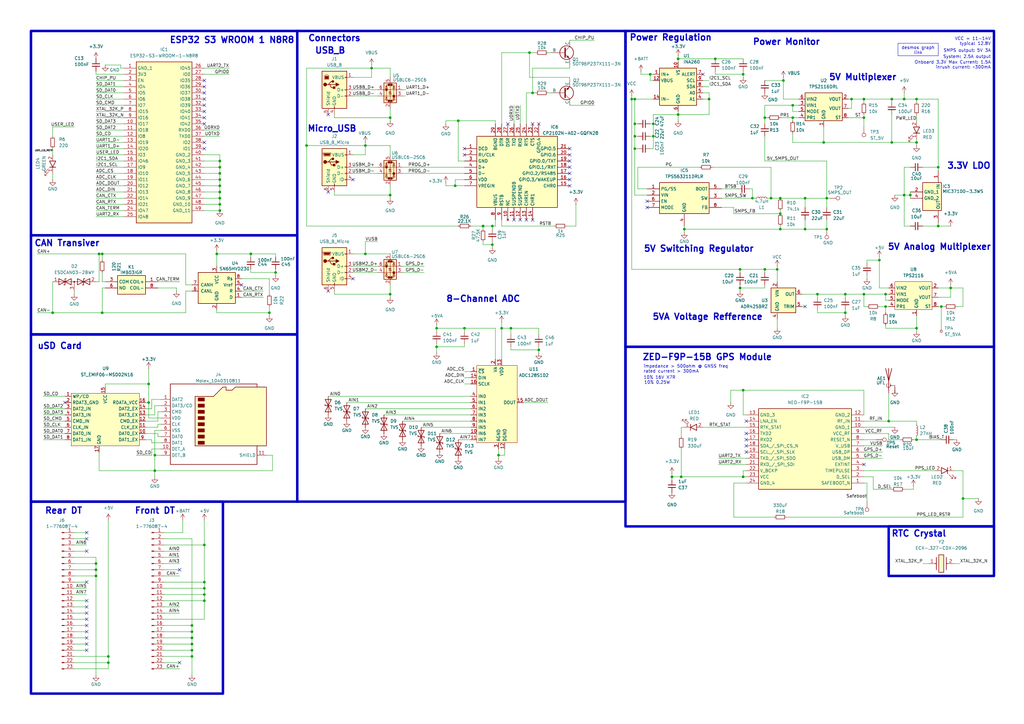
<source format=kicad_sch>
(kicad_sch (version 20250114) (generator "eeschema") (generator_version "9.0")
  (paper "A3")
  (title_block (title "SDM26 Datalogger") (company "Sun Devil Motorsports"))
  (rectangle (start 121.92 12.7) (end 256.54 205.74) (stroke (width 1.016)))
  (rectangle (start 12.7 205.74) (end 91.44 284.48) (stroke (width 1.016)))
  (rectangle (start 256.54 142.24) (end 407.67 215.9) (stroke (width 1.016)))
  (rectangle (start 256.54 12.7) (end 407.67 142.24) (stroke (width 1.016)))
  (rectangle (start 12.7 137.16) (end 121.92 205.74) (stroke (width 1.016)))
  (rectangle (start 12.7 12.7) (end 121.92 96.52) (stroke (width 1.016)))
  (rectangle (start 364.49 215.9) (end 407.67 236.22) (stroke (width 1.016)))
  (rectangle (start 12.7 96.52) (end 121.92 137.16) (stroke (width 1.016)))
  (text "Power Regulation" (at 258.064 17.018 0) (effects (font (size 2.54 2.54) (thickness 0.512) (bold yes)) (justify left bottom)))
  (text "5V Multiplexer" (at 339.852 33.274 0) (effects (font (size 2.54 2.54) (thickness 0.512) (bold yes)) (justify left bottom)))
  (text "CAN Transiver" (at 13.97 101.346 0) (effects (font (size 2.54 2.54) (thickness 0.512) (bold yes)) (justify left bottom)))
  (text "10% 16V X7R" (at 263.906 155.702 0) (effects (font (size 1.27 1.27)) (justify left bottom)))
  (text "inrush current: ~300mA" (at 406.4 28.448 0) (effects (font (size 1.27 1.27)) (justify right bottom)))
  (text "5V Switching Regulator" (at 263.906 103.632 0) (effects (font (size 2.54 2.54) (thickness 0.512) (bold yes)) (justify left bottom)))
  (text "5V Analog Multiplexer" (at 363.982 102.87 0) (effects (font (size 2.54 2.54) (thickness 0.512) (bold yes)) (justify left bottom)))
  (text "ESP32 S3 WROOM 1 N8R8" (at 120.904 18.034 0) (effects (font (size 2.54 2.54) (thickness 0.512) (bold yes)) (justify right bottom)))
  (text "Power Monitor" (at 308.61 18.796 0) (effects (font (size 2.54 2.54) (thickness 0.512) (bold yes)) (justify left bottom)))
  (text "RTC Crystal" (at 365.506 220.472 0) (effects (font (size 2.54 2.54) (thickness 0.512) (bold yes)) (justify left bottom)))
  (text "Connectors" (at 126.238 17.272 0) (effects (font (size 2.54 2.54) (thickness 0.512) (bold yes)) (justify left bottom)))
  (text "10% 0.25W" (at 264.16 157.734 0) (effects (font (size 1.27 1.27)) (justify left bottom)))
  (text "Micro_USB" (at 125.984 54.356 0) (effects (font (size 2.54 2.54) (thickness 0.512) (bold yes)) (justify left bottom)))
  (text "Onboard 3.3V Max Current: 1.5A" (at 406.4 26.416 0) (effects (font (size 1.27 1.27)) (justify right bottom)))
  (text "impedance > 500ohm @ GNSS freq\nrated current > 300mA" (at 263.906 153.162 0) (effects (font (size 1.27 1.27)) (justify left bottom)))
  (text "Front DT" (at 55.118 211.074 0) (effects (font (size 2.54 2.54) (thickness 0.512) (bold yes)) (justify left bottom)))
  (text "3.3V LDO" (at 388.366 69.596 0) (effects (font (size 2.54 2.54) (thickness 0.512) (bold yes)) (justify left bottom)))
  (text "VCC = 11-14V\ntypical 12.8V" (at 406.4 18.796 0) (effects (font (size 1.27 1.27)) (justify right bottom)))
  (text "USB_B" (at 129.032 22.352 0) (effects (font (size 2.54 2.54) (thickness 0.512) (bold yes)) (justify left bottom)))
  (text "8-Channel ADC" (at 182.88 124.206 0) (effects (font (size 2.54 2.54) (thickness 0.512) (bold yes)) (justify left bottom)))
  (text "uSD Card" (at 15.24 143.51 0) (effects (font (size 2.54 2.54) (thickness 0.512) (bold yes)) (justify left bottom)))
  (text "5VA Voltage Refference " (at 267.462 131.572 0) (effects (font (size 2.54 2.54) (thickness 0.512) (bold yes)) (justify left bottom)))
  (text "SMPS output: 5V 3A" (at 406.4 21.59 0) (effects (font (size 1.27 1.27)) (justify right bottom)))
  (text "ZED-F9P-15B GPS Module" (at 263.398 148.082 0) (effects (font (size 2.54 2.54) (thickness 0.512) (bold yes)) (justify left bottom)))
  (text "System: 2.5A output" (at 406.4 24.13 0) (effects (font (size 1.27 1.27)) (justify right bottom)))
  (text "Rear DT\n" (at 18.288 211.074 0) (effects (font (size 2.54 2.54) (thickness 0.512) (bold yes)) (justify left bottom)))
  (text_box "desmos graph link" (at 368.3 17.78 0) (size 16.51 5.08) (margins 0.9525 0.9525 0.9525 0.9525) (effects (font (size 1.27 1.27)) (justify top)))
  (junction (at 279.4 195.58))
  (junction (at 373.38 80.01))
  (junction (at 364.49 172.72))
  (junction (at 365.76 58.42))
  (junction (at 330.2 81.28))
  (junction (at 205.74 134.62))
  (junction (at 304.8 160.02))
  (junction (at 363.22 120.65))
  (junction (at 320.04 93.98))
  (junction (at 78.74 269.24))
  (junction (at 266.7 30.48))
  (junction (at 386.08 125.73))
  (junction (at 354.33 48.26))
  (junction (at 186.69 76.2))
  (junction (at 303.53 110.49))
  (junction (at 78.74 266.7))
  (junction (at 313.69 48.26))
  (junction (at 384.81 92.71))
  (junction (at 370.84 40.64))
  (junction (at 83.82 223.52))
  (junction (at 308.61 81.28))
  (junction (at 217.17 21.59))
  (junction (at 113.03 111.76))
  (junction (at 260.35 60.96))
  (junction (at 198.12 92.71))
  (junction (at 204.47 186.69))
  (junction (at 370.84 80.01))
  (junction (at 39.37 231.14))
  (junction (at 187.96 49.53))
  (junction (at 78.74 259.08))
  (junction (at 318.77 110.49))
  (junction (at 304.8 30.48))
  (junction (at 290.83 40.64))
  (junction (at 90.17 71.12))
  (junction (at 44.45 271.78))
  (junction (at 316.23 81.28))
  (junction (at 325.12 48.26))
  (junction (at 293.37 24.13))
  (junction (at 346.71 120.65))
  (junction (at 365.76 40.64))
  (junction (at 102.87 104.14))
  (junction (at 88.9 104.14))
  (junction (at 339.09 81.28))
  (junction (at 267.97 55.88))
  (junction (at 330.2 93.98))
  (junction (at 275.59 195.58))
  (junction (at 160.02 80.01))
  (junction (at 90.17 76.2))
  (junction (at 83.82 238.76))
  (junction (at 375.92 58.42))
  (junction (at 152.4 27.94))
  (junction (at 313.69 110.49))
  (junction (at 260.35 40.64))
  (junction (at 63.5 186.69))
  (junction (at 160.02 48.26))
  (junction (at 337.82 58.42))
  (junction (at 39.37 233.68))
  (junction (at 179.07 134.62))
  (junction (at 394.97 204.47))
  (junction (at 209.55 134.62))
  (junction (at 39.37 236.22))
  (junction (at 90.17 68.58))
  (junction (at 90.17 66.04))
  (junction (at 320.04 81.28))
  (junction (at 179.07 142.24))
  (junction (at 110.49 128.27))
  (junction (at 90.17 81.28))
  (junction (at 90.17 73.66))
  (junction (at 218.44 38.1))
  (junction (at 201.93 100.33))
  (junction (at 325.12 43.18))
  (junction (at 60.96 165.1))
  (junction (at 44.45 269.24))
  (junction (at 354.33 120.65))
  (junction (at 360.68 106.68))
  (junction (at 40.64 104.14))
  (junction (at 321.31 33.02))
  (junction (at 259.08 40.64))
  (junction (at 304.8 195.58))
  (junction (at 260.35 55.88))
  (junction (at 260.35 50.8))
  (junction (at 363.22 125.73))
  (junction (at 320.04 87.63))
  (junction (at 83.82 241.3))
  (junction (at 375.92 134.62))
  (junction (at 149.86 104.14))
  (junction (at 41.91 128.27))
  (junction (at 375.92 40.64))
  (junction (at 278.13 46.99))
  (junction (at 90.17 83.82))
  (junction (at 83.82 243.84))
  (junction (at 190.5 134.62))
  (junction (at 78.74 264.16))
  (junction (at 220.98 143.51))
  (junction (at 349.25 40.64))
  (junction (at 384.81 68.58))
  (junction (at 375.92 180.34))
  (junction (at 280.67 93.98))
  (junction (at 83.82 246.38))
  (junction (at 90.17 86.36))
  (junction (at 267.97 50.8))
  (junction (at 160.02 120.65))
  (junction (at 201.93 92.71))
  (junction (at 78.74 261.62))
  (junction (at 149.86 59.69))
  (junction (at 346.71 128.27))
  (junction (at 78.74 256.54))
  (junction (at 303.53 118.11))
  (junction (at 60.96 157.48))
  (junction (at 21.59 128.27))
  (junction (at 335.28 120.65))
  (junction (at 354.33 40.64))
  (junction (at 278.13 24.13))
  (junction (at 63.5 193.04))
  (junction (at 339.09 93.98))
  (junction (at 41.91 104.14))
  (junction (at 90.17 78.74))
  (junction (at 389.89 118.11))
  (junction (at 125.73 59.69))
  (no_connect (at 83.82 48.26))
  (no_connect (at 35.56 256.54))
  (no_connect (at 73.66 233.68))
  (no_connect (at 35.56 261.62))
  (no_connect (at 208.28 50.8))
  (no_connect (at 83.82 33.02))
  (no_connect (at 83.82 45.72))
  (no_connect (at 306.07 172.72))
  (no_connect (at 218.44 90.17))
  (no_connect (at 35.56 226.06))
  (no_connect (at 330.2 125.73))
  (no_connect (at 213.36 90.17))
  (no_connect (at 35.56 218.44))
  (no_connect (at 306.07 180.34))
  (no_connect (at 306.07 185.42))
  (no_connect (at 83.82 40.64))
  (no_connect (at 35.56 251.46))
  (no_connect (at 233.68 73.66))
  (no_connect (at 83.82 58.42))
  (no_connect (at 233.68 76.2))
  (no_connect (at 26.67 165.1))
  (no_connect (at 354.33 190.5))
  (no_connect (at 35.56 246.38))
  (no_connect (at 35.56 248.92))
  (no_connect (at 35.56 220.98))
  (no_connect (at 73.66 271.78))
  (no_connect (at 233.68 63.5))
  (no_connect (at 233.68 71.12))
  (no_connect (at 265.43 85.09))
  (no_connect (at 134.62 78.74))
  (no_connect (at 215.9 90.17))
  (no_connect (at 35.56 259.08))
  (no_connect (at 83.82 60.96))
  (no_connect (at 134.62 46.99))
  (no_connect (at 83.82 50.8))
  (no_connect (at 83.82 38.1))
  (no_connect (at 83.82 35.56))
  (no_connect (at 210.82 90.17))
  (no_connect (at 218.44 50.8))
  (no_connect (at 144.78 114.3))
  (no_connect (at 144.78 73.66))
  (no_connect (at 35.56 264.16))
  (no_connect (at 35.56 266.7))
  (no_connect (at 288.29 30.48))
  (no_connect (at 35.56 238.76))
  (no_connect (at 35.56 254))
  (no_connect (at 134.62 119.38))
  (no_connect (at 306.07 182.88))
  (no_connect (at 83.82 43.18))
  (no_connect (at 190.5 60.96))
  (no_connect (at 99.06 116.84))
  (no_connect (at 306.07 177.8))
  (no_connect (at 233.68 68.58))
  (no_connect (at 233.68 66.04))
  (no_connect (at 220.98 50.8))
  (no_connect (at 233.68 60.96))
  (no_connect (at 265.43 82.55))
  (no_connect (at 190.5 63.5))
  (wire (pts (xy 354.33 195.58) (xy 358.14 195.58)))
  (wire (pts (xy 363.22 125.73) (xy 363.22 128.27)))
  (wire (pts (xy 67.31 274.32) (xy 73.66 274.32)))
  (wire (pts (xy 367.03 161.29) (xy 367.03 160.02)))
  (wire (pts (xy 39.37 68.58) (xy 50.8 68.58)))
  (wire (pts (xy 318.77 130.81) (xy 318.77 134.62)))
  (wire (pts (xy 214.63 165.1) (xy 224.79 165.1)))
  (wire (pts (xy 280.67 93.98) (xy 280.67 92.71)))
  (wire (pts (xy 363.22 123.19) (xy 363.22 120.65)))
  (wire (pts (xy 313.69 43.18) (xy 325.12 43.18)))
  (wire (pts (xy 354.33 40.64) (xy 354.33 41.91)))
  (wire (pts (xy 327.66 40.64) (xy 321.31 40.64)))
  (wire (pts (xy 375.92 58.42) (xy 375.92 59.69)))
  (wire (pts (xy 144.78 104.14) (xy 149.86 104.14)))
  (wire (pts (xy 78.74 264.16) (xy 78.74 266.7)))
  (wire (pts (xy 262.89 30.48) (xy 266.7 30.48)))
  (wire (pts (xy 111.76 186.69) (xy 111.76 193.04)))
  (wire (pts (xy 198.12 100.33) (xy 201.93 100.33)))
  (wire (pts (xy 261.62 55.88) (xy 260.35 55.88)))
  (wire (pts (xy 349.25 40.64) (xy 349.25 44.45)))
  (wire (pts (xy 300.99 212.09) (xy 317.5 212.09)))
  (wire (pts (xy 41.91 111.76) (xy 41.91 115.57)))
  (wire (pts (xy 39.37 78.74) (xy 50.8 78.74)))
  (wire (pts (xy 295.91 81.28) (xy 308.61 81.28)))
  (wire (pts (xy 67.31 218.44) (xy 74.93 218.44)))
  (wire (pts (xy 157.48 170.18) (xy 193.04 170.18)))
  (wire (pts (xy 67.31 233.68) (xy 73.66 233.68)))
  (wire (pts (xy 198.12 92.71) (xy 201.93 92.71)))
  (wire (pts (xy 209.55 143.51) (xy 220.98 143.51)))
  (wire (pts (xy 359.41 180.34) (xy 354.33 180.34)))
  (wire (pts (xy 375.92 172.72) (xy 375.92 173.99)))
  (wire (pts (xy 198.12 99.06) (xy 198.12 100.33)))
  (wire (pts (xy 39.37 86.36) (xy 50.8 86.36)))
  (wire (pts (xy 76.2 104.14) (xy 76.2 116.84)))
  (wire (pts (xy 40.64 193.04) (xy 63.5 193.04)))
  (wire (pts (xy 30.48 259.08) (xy 35.56 259.08)))
  (wire (pts (xy 66.04 166.37) (xy 63.5 166.37)))
  (wire (pts (xy 17.78 162.56) (xy 26.67 162.56)))
  (wire (pts (xy 179.07 142.24) (xy 179.07 144.78)))
  (wire (pts (xy 59.69 167.64) (xy 62.23 167.64)))
  (wire (pts (xy 137.16 80.01) (xy 137.16 78.74)))
  (wire (pts (xy 30.48 228.6) (xy 39.37 228.6)))
  (wire (pts (xy 290.83 38.1) (xy 288.29 38.1)))
  (wire (pts (xy 30.48 220.98) (xy 35.56 220.98)))
  (wire (pts (xy 149.86 104.14) (xy 160.02 104.14)))
  (wire (pts (xy 280.67 93.98) (xy 320.04 93.98)))
  (wire (pts (xy 205.74 134.62) (xy 205.74 147.32)))
  (wire (pts (xy 78.74 256.54) (xy 78.74 259.08)))
  (wire (pts (xy 320.04 86.36) (xy 320.04 87.63)))
  (wire (pts (xy 321.31 33.02) (xy 321.31 40.64)))
  (wire (pts (xy 83.82 68.58) (xy 90.17 68.58)))
  (wire (pts (xy 21.59 60.96) (xy 21.59 63.5)))
  (wire (pts (xy 41.91 118.11) (xy 41.91 128.27)))
  (wire (pts (xy 325.12 48.26) (xy 327.66 48.26)))
  (wire (pts (xy 354.33 120.65) (xy 363.22 120.65)))
  (wire (pts (xy 190.5 66.04) (xy 187.96 66.04)))
  (wire (pts (xy 63.5 166.37) (xy 63.5 170.18)))
  (wire (pts (xy 88.9 104.14) (xy 88.9 109.22)))
  (wire (pts (xy 303.53 118.11) (xy 303.53 119.38)))
  (wire (pts (xy 67.31 248.92) (xy 73.66 248.92)))
  (wire (pts (xy 83.82 76.2) (xy 90.17 76.2)))
  (wire (pts (xy 313.69 66.04) (xy 339.09 66.04)))
  (wire (pts (xy 375.92 134.62) (xy 363.22 134.62)))
  (wire (pts (xy 233.68 31.75) (xy 233.68 33.02)))
  (wire (pts (xy 39.37 35.56) (xy 50.8 35.56)))
  (wire (pts (xy 355.6 125.73) (xy 354.33 125.73)))
  (wire (pts (xy 83.82 27.94) (xy 93.98 27.94)))
  (wire (pts (xy 64.77 179.07) (xy 66.04 179.07)))
  (wire (pts (xy 30.48 223.52) (xy 35.56 223.52)))
  (wire (pts (xy 278.13 46.99) (xy 278.13 49.53)))
  (wire (pts (xy 220.98 142.24) (xy 220.98 143.51)))
  (wire (pts (xy 187.96 49.53) (xy 187.96 66.04)))
  (wire (pts (xy 293.37 24.13) (xy 304.8 24.13)))
  (wire (pts (xy 50.8 27.94) (xy 49.53 27.94)))
  (wire (pts (xy 364.49 180.34) (xy 364.49 177.8)))
  (wire (pts (xy 288.29 35.56) (xy 290.83 35.56)))
  (wire (pts (xy 110.49 128.27) (xy 110.49 129.54)))
  (wire (pts (xy 15.24 128.27) (xy 21.59 128.27)))
  (wire (pts (xy 201.93 99.06) (xy 201.93 100.33)))
  (wire (pts (xy 278.13 45.72) (xy 278.13 46.99)))
  (wire (pts (xy 394.97 204.47) (xy 394.97 212.09)))
  (wire (pts (xy 384.81 68.58) (xy 384.81 69.85)))
  (wire (pts (xy 39.37 231.14) (xy 39.37 233.68)))
  (wire (pts (xy 83.82 223.52) (xy 83.82 238.76)))
  (wire (pts (xy 360.68 125.73) (xy 363.22 125.73)))
  (wire (pts (xy 165.1 36.83) (xy 166.37 36.83)))
  (wire (pts (xy 113.03 111.76) (xy 113.03 113.03)))
  (wire (pts (xy 39.37 228.6) (xy 39.37 231.14)))
  (wire (pts (xy 187.96 180.34) (xy 193.04 180.34)))
  (wire (pts (xy 43.18 158.75) (xy 43.18 157.48)))
  (wire (pts (xy 39.37 83.82) (xy 50.8 83.82)))
  (wire (pts (xy 39.37 55.88) (xy 50.8 55.88)))
  (wire (pts (xy 44.45 269.24) (xy 44.45 271.78)))
  (wire (pts (xy 370.84 68.58) (xy 373.38 68.58)))
  (wire (pts (xy 266.7 33.02) (xy 267.97 33.02)))
  (wire (pts (xy 304.8 160.02) (xy 304.8 170.18)))
  (wire (pts (xy 322.58 212.09) (xy 394.97 212.09)))
  (wire (pts (xy 316.23 81.28) (xy 320.04 81.28)))
  (wire (pts (xy 391.16 231.14) (xy 393.7 231.14)))
  (wire (pts (xy 83.82 81.28) (xy 90.17 81.28)))
  (wire (pts (xy 260.35 80.01) (xy 265.43 80.01)))
  (wire (pts (xy 210.82 50.8) (xy 210.82 43.18)))
  (wire (pts (xy 306.07 193.04) (xy 304.8 193.04)))
  (wire (pts (xy 278.13 24.13) (xy 278.13 25.4)))
  (wire (pts (xy 50.8 63.5) (xy 39.37 63.5)))
  (wire (pts (xy 64.77 115.57) (xy 73.66 115.57)))
  (wire (pts (xy 349.25 40.64) (xy 354.33 40.64)))
  (wire (pts (xy 335.28 128.27) (xy 335.28 127)))
  (wire (pts (xy 76.2 116.84) (xy 78.74 116.84)))
  (wire (pts (xy 304.8 30.48) (xy 304.8 31.75)))
  (wire (pts (xy 288.29 175.26) (xy 306.07 175.26)))
  (wire (pts (xy 40.64 104.14) (xy 41.91 104.14)))
  (wire (pts (xy 365.76 40.64) (xy 370.84 40.64)))
  (wire (pts (xy 17.78 180.34) (xy 26.67 180.34)))
  (wire (pts (xy 370.84 80.01) (xy 370.84 92.71)))
  (wire (pts (xy 39.37 58.42) (xy 50.8 58.42)))
  (wire (pts (xy 30.48 246.38) (xy 35.56 246.38)))
  (wire (pts (xy 375.92 57.15) (xy 375.92 58.42)))
  (wire (pts (xy 30.48 241.3) (xy 35.56 241.3)))
  (wire (pts (xy 67.31 246.38) (xy 83.82 246.38)))
  (wire (pts (xy 137.16 80.01) (xy 160.02 80.01)))
  (wire (pts (xy 190.5 154.94) (xy 193.04 154.94)))
  (wire (pts (xy 125.73 59.69) (xy 149.86 59.69)))
  (wire (pts (xy 325.12 45.72) (xy 327.66 45.72)))
  (wire (pts (xy 186.69 76.2) (xy 190.5 76.2)))
  (wire (pts (xy 41.91 104.14) (xy 76.2 104.14)))
  (wire (pts (xy 109.22 186.69) (xy 111.76 186.69)))
  (wire (pts (xy 355.6 198.12) (xy 355.6 205.74)))
  (wire (pts (xy 39.37 48.26) (xy 50.8 48.26)))
  (wire (pts (xy 125.73 59.69) (xy 125.73 92.71)))
  (wire (pts (xy 394.97 204.47) (xy 401.32 204.47)))
  (wire (pts (xy 102.87 104.14) (xy 113.03 104.14)))
  (wire (pts (xy 233.68 27.94) (xy 233.68 26.67)))
  (wire (pts (xy 78.74 269.24) (xy 78.74 276.86)))
  (wire (pts (xy 39.37 30.48) (xy 50.8 30.48)))
  (wire (pts (xy 39.37 88.9) (xy 50.8 88.9)))
  (wire (pts (xy 384.81 118.11) (xy 389.89 118.11)))
  (wire (pts (xy 63.5 193.04) (xy 111.76 193.04)))
  (wire (pts (xy 354.33 48.26) (xy 354.33 46.99)))
  (wire (pts (xy 67.31 251.46) (xy 73.66 251.46)))
  (wire (pts (xy 30.48 251.46) (xy 35.56 251.46)))
  (wire (pts (xy 78.74 220.98) (xy 78.74 256.54)))
  (wire (pts (xy 290.83 40.64) (xy 290.83 46.99)))
  (wire (pts (xy 149.86 59.69) (xy 149.86 63.5)))
  (wire (pts (xy 375.92 179.07) (xy 375.92 180.34)))
  (wire (pts (xy 39.37 236.22) (xy 39.37 276.86)))
  (wire (pts (xy 275.59 195.58) (xy 275.59 194.31)))
  (wire (pts (xy 233.68 16.51) (xy 243.84 16.51)))
  (wire (pts (xy 306.07 195.58) (xy 304.8 195.58)))
  (wire (pts (xy 304.8 195.58) (xy 304.8 193.04)))
  (wire (pts (xy 113.03 110.49) (xy 113.03 111.76)))
  (wire (pts (xy 64.77 168.91) (xy 64.77 172.72)))
  (wire (pts (xy 325.12 54.61) (xy 325.12 58.42)))
  (wire (pts (xy 64.77 118.11) (xy 72.39 118.11)))
  (wire (pts (xy 165.1 172.72) (xy 193.04 172.72)))
  (wire (pts (xy 370.84 80.01) (xy 367.03 80.01)))
  (wire (pts (xy 375.92 134.62) (xy 375.92 135.89)))
  (wire (pts (xy 67.31 238.76) (xy 83.82 238.76)))
  (wire (pts (xy 303.53 111.76) (xy 303.53 110.49)))
  (wire (pts (xy 160.02 76.2) (xy 160.02 80.01)))
  (wire (pts (xy 160.02 44.45) (xy 160.02 48.26)))
  (wire (pts (xy 365.76 46.99) (xy 365.76 58.42)))
  (wire (pts (xy 144.78 36.83) (xy 154.94 36.83)))
  (wire (pts (xy 62.23 163.83) (xy 66.04 163.83)))
  (wire (pts (xy 394.97 193.04) (xy 394.97 204.47)))
  (wire (pts (xy 99.06 119.38) (xy 107.95 119.38)))
  (wire (pts (xy 40.64 185.42) (xy 40.64 193.04)))
  (wire (pts (xy 83.82 86.36) (xy 90.17 86.36)))
  (wire (pts (xy 354.33 198.12) (xy 355.6 198.12)))
  (wire (pts (xy 307.34 77.47) (xy 308.61 77.47)))
  (wire (pts (xy 328.93 120.65) (xy 335.28 120.65)))
  (wire (pts (xy 375.92 46.99) (xy 375.92 49.53)))
  (wire (pts (xy 347.98 40.64) (xy 349.25 40.64)))
  (wire (pts (xy 358.14 200.66) (xy 365.76 200.66)))
  (wire (pts (xy 165.1 39.37) (xy 166.37 39.37)))
  (wire (pts (xy 113.03 104.14) (xy 113.03 105.41)))
  (wire (pts (xy 66.04 173.99) (xy 64.77 173.99)))
  (wire (pts (xy 267.97 46.99) (xy 267.97 50.8)))
  (wire (pts (xy 355.6 107.95) (xy 355.6 106.68)))
  (wire (pts (xy 201.93 100.33) (xy 201.93 101.6)))
  (wire (pts (xy 30.48 264.16) (xy 35.56 264.16)))
  (wire (pts (xy 30.48 226.06) (xy 35.56 226.06)))
  (wire (pts (xy 364.49 161.29) (xy 364.49 172.72)))
  (wire (pts (xy 278.13 22.86) (xy 278.13 24.13)))
  (wire (pts (xy 15.24 104.14) (xy 40.64 104.14)))
  (wire (pts (xy 83.82 78.74) (xy 90.17 78.74)))
  (wire (pts (xy 384.81 121.92) (xy 389.89 121.92)))
  (wire (pts (xy 40.64 104.14) (xy 40.64 115.57)))
  (wire (pts (xy 39.37 50.8) (xy 50.8 50.8)))
  (wire (pts (xy 67.31 236.22) (xy 73.66 236.22)))
  (wire (pts (xy 355.6 106.68) (xy 360.68 106.68)))
  (wire (pts (xy 66.04 168.91) (xy 64.77 168.91)))
  (wire (pts (xy 209.55 134.62) (xy 205.74 134.62)))
  (wire (pts (xy 275.59 195.58) (xy 279.4 195.58)))
  (wire (pts (xy 260.35 60.96) (xy 260.35 80.01)))
  (wire (pts (xy 88.9 104.14) (xy 102.87 104.14)))
  (wire (pts (xy 213.36 50.8) (xy 213.36 43.18)))
  (wire (pts (xy 260.35 55.88) (xy 260.35 60.96)))
  (wire (pts (xy 39.37 60.96) (xy 50.8 60.96)))
  (wire (pts (xy 313.69 66.04) (xy 313.69 55.88)))
  (wire (pts (xy 218.44 27.94) (xy 218.44 38.1)))
  (wire (pts (xy 78.74 259.08) (xy 78.74 261.62)))
  (wire (pts (xy 236.22 92.71) (xy 236.22 83.82)))
  (wire (pts (xy 90.17 76.2) (xy 90.17 78.74)))
  (wire (pts (xy 149.86 99.06) (xy 154.94 99.06)))
  (wire (pts (xy 30.48 233.68) (xy 39.37 233.68)))
  (wire (pts (xy 259.08 40.64) (xy 259.08 110.49)))
  (wire (pts (xy 67.31 226.06) (xy 73.66 226.06)))
  (wire (pts (xy 144.78 31.75) (xy 152.4 31.75)))
  (wire (pts (xy 83.82 30.48) (xy 93.98 30.48)))
  (wire (pts (xy 43.18 26.67) (xy 49.53 26.67)))
  (wire (pts (xy 60.96 165.1) (xy 60.96 157.48)))
  (wire (pts (xy 361.95 187.96) (xy 354.33 187.96)))
  (wire (pts (xy 295.91 77.47) (xy 302.26 77.47)))
  (wire (pts (xy 74.93 213.36) (xy 74.93 218.44)))
  (wire (pts (xy 205.74 92.71) (xy 227.33 92.71)))
  (wire (pts (xy 374.65 180.34) (xy 375.92 180.34)))
  (wire (pts (xy 304.8 160.02) (xy 354.33 160.02)))
  (wire (pts (xy 125.73 27.94) (xy 125.73 59.69)))
  (wire (pts (xy 66.04 176.53) (xy 63.5 176.53)))
  (wire (pts (xy 67.31 220.98) (xy 78.74 220.98)))
  (wire (pts (xy 304.8 29.21) (xy 304.8 30.48)))
  (wire (pts (xy 149.86 58.42) (xy 149.86 59.69)))
  (wire (pts (xy 49.53 26.67) (xy 49.53 27.94)))
  (wire (pts (xy 83.82 73.66) (xy 90.17 73.66)))
  (wire (pts (xy 30.48 269.24) (xy 44.45 269.24)))
  (wire (pts (xy 30.48 248.92) (xy 35.56 248.92)))
  (wire (pts (xy 30.48 243.84) (xy 35.56 243.84)))
  (wire (pts (xy 335.28 120.65) (xy 346.71 120.65)))
  (wire (pts (xy 67.31 271.78) (xy 73.66 271.78)))
  (wire (pts (xy 67.31 264.16) (xy 78.74 264.16)))
  (wire (pts (xy 182.88 76.2) (xy 182.88 74.93)))
  (wire (pts (xy 292.1 68.58) (xy 316.23 68.58)))
  (wire (pts (xy 41.91 128.27) (xy 76.2 128.27)))
  (wire (pts (xy 373.38 80.01) (xy 370.84 80.01)))
  (wire (pts (xy 293.37 29.21) (xy 293.37 30.48)))
  (wire (pts (xy 207.01 186.69) (xy 204.47 186.69)))
  (wire (pts (xy 363.22 125.73) (xy 364.49 125.73)))
  (wire (pts (xy 220.98 137.16) (xy 220.98 134.62)))
  (wire (pts (xy 201.93 92.71) (xy 201.93 93.98)))
  (wire (pts (xy 363.22 120.65) (xy 364.49 120.65)))
  (wire (pts (xy 149.86 167.64) (xy 193.04 167.64)))
  (wire (pts (xy 83.82 254) (xy 83.82 246.38)))
  (wire (pts (xy 339.09 81.28) (xy 339.09 85.09)))
  (wire (pts (xy 259.08 40.64) (xy 260.35 40.64)))
  (wire (pts (xy 346.71 128.27) (xy 346.71 127)))
  (wire (pts (xy 90.17 66.04) (xy 90.17 68.58)))
  (wire (pts (xy 217.17 21.59) (xy 219.71 21.59)))
  (wire (pts (xy 59.69 180.34) (xy 62.23 180.34)))
  (wire (pts (xy 30.48 266.7) (xy 35.56 266.7)))
  (wire (pts (xy 370.84 40.64) (xy 375.92 40.64)))
  (wire (pts (xy 39.37 33.02) (xy 50.8 33.02)))
  (wire (pts (xy 337.82 52.07) (xy 337.82 58.42)))
  (wire (pts (xy 39.37 81.28) (xy 50.8 81.28)))
  (wire (pts (xy 347.98 48.26) (xy 354.33 48.26)))
  (wire (pts (xy 261.62 50.8) (xy 260.35 50.8)))
  (wire (pts (xy 30.48 261.62) (xy 35.56 261.62)))
  (wire (pts (xy 389.89 118.11) (xy 389.89 116.84)))
  (wire (pts (xy 102.87 111.76) (xy 102.87 110.49)))
  (wire (pts (xy 265.43 77.47) (xy 261.62 77.47)))
  (wire (pts (xy 260.35 50.8) (xy 260.35 55.88)))
  (wire (pts (xy 335.28 120.65) (xy 335.28 121.92)))
  (wire (pts (xy 394.97 118.11) (xy 389.89 118.11)))
  (wire (pts (xy 346.71 129.54) (xy 346.71 128.27)))
  (wire (pts (xy 83.82 241.3) (xy 83.82 243.84)))
  (wire (pts (xy 63.5 176.53) (xy 63.5 186.69)))
  (wire (pts (xy 279.4 179.07) (xy 279.4 175.26)))
  (wire (pts (xy 335.28 128.27) (xy 346.71 128.27)))
  (wire (pts (xy 83.82 66.04) (xy 90.17 66.04)))
  (wire (pts (xy 186.69 73.66) (xy 186.69 76.2)))
  (wire (pts (xy 299.72 160.02) (xy 299.72 165.1)))
  (wire (pts (xy 67.31 269.24) (xy 78.74 269.24)))
  (wire (pts (xy 261.62 77.47) (xy 261.62 68.58)))
  (wire (pts (xy 370.84 68.58) (xy 370.84 80.01)))
  (wire (pts (xy 308.61 77.47) (xy 308.61 81.28)))
  (wire (pts (xy 144.78 109.22) (xy 154.94 109.22)))
  (wire (pts (xy 313.69 48.26) (xy 313.69 50.8)))
  (wire (pts (xy 260.35 40.64) (xy 267.97 40.64)))
  (wire (pts (xy 339.09 81.28) (xy 330.2 81.28)))
  (wire (pts (xy 59.69 175.26) (xy 64.77 175.26)))
  (wire (pts (xy 267.97 50.8) (xy 267.97 55.88)))
  (wire (pts (xy 320.04 48.26) (xy 325.12 48.26)))
  (wire (pts (xy 134.62 162.56) (xy 193.04 162.56)))
  (wire (pts (xy 160.02 59.69) (xy 160.02 63.5)))
  (wire (pts (xy 99.06 121.92) (xy 107.95 121.92)))
  (wire (pts (xy 182.88 49.53) (xy 187.96 49.53)))
  (wire (pts (xy 30.48 274.32) (xy 44.45 274.32)))
  (wire (pts (xy 233.68 27.94) (xy 218.44 27.94)))
  (wire (pts (xy 62.23 186.69) (xy 62.23 184.15)))
  (wire (pts (xy 320.04 93.98) (xy 330.2 93.98)))
  (wire (pts (xy 160.02 81.28) (xy 160.02 80.01)))
  (wire (pts (xy 90.17 78.74) (xy 90.17 81.28)))
  (wire (pts (xy 339.09 90.17) (xy 339.09 93.98)))
  (wire (pts (xy 64.77 173.99) (xy 64.77 175.26)))
  (wire (pts (xy 67.31 223.52) (xy 83.82 223.52)))
  (wire (pts (xy 198.12 93.98) (xy 198.12 92.71)))
  (wire (pts (xy 17.78 170.18) (xy 26.67 170.18)))
  (wire (pts (xy 144.78 71.12) (xy 154.94 71.12)))
  (wire (pts (xy 39.37 66.04) (xy 50.8 66.04)))
  (wire (pts (xy 43.18 157.48) (xy 60.96 157.48)))
  (wire (pts (xy 165.1 71.12) (xy 190.5 71.12)))
  (wire (pts (xy 204.47 186.69) (xy 204.47 187.96)))
  (wire (pts (xy 364.49 118.11) (xy 360.68 118.11)))
  (wire (pts (xy 165.1 68.58) (xy 190.5 68.58)))
  (wire (pts (xy 78.74 266.7) (xy 78.74 269.24)))
  (wire (pts (xy 67.31 243.84) (xy 83.82 243.84)))
  (wire (pts (xy 39.37 43.18) (xy 50.8 43.18)))
  (wire (pts (xy 209.55 137.16) (xy 209.55 134.62)))
  (wire (pts (xy 313.69 111.76) (xy 313.69 110.49)))
  (wire (pts (xy 224.79 38.1) (xy 226.06 38.1)))
  (wire (pts (xy 261.62 60.96) (xy 260.35 60.96)))
  (wire (pts (xy 306.07 170.18) (xy 304.8 170.18)))
  (wire (pts (xy 325.12 48.26) (xy 325.12 49.53)))
  (wire (pts (xy 55.88 186.69) (xy 62.23 186.69)))
  (wire (pts (xy 39.37 45.72) (xy 50.8 45.72)))
  (wire (pts (xy 76.2 128.27) (xy 76.2 119.38)))
  (wire (pts (xy 83.82 83.82) (xy 90.17 83.82)))
  (wire (pts (xy 384.81 92.71) (xy 384.81 91.44)))
  (wire (pts (xy 83.82 63.5) (xy 90.17 63.5)))
  (wire (pts (xy 313.69 43.18) (xy 313.69 48.26)))
  (wire (pts (xy 160.02 116.84) (xy 160.02 120.65)))
  (wire (pts (xy 39.37 40.64) (xy 50.8 40.64)))
  (wire (pts (xy 304.8 30.48) (xy 293.37 30.48)))
  (wire (pts (xy 313.69 118.11) (xy 303.53 118.11)))
  (wire (pts (xy 288.29 33.02) (xy 290.83 33.02)))
  (wire (pts (xy 30.48 218.44) (xy 35.56 218.44)))
  (wire (pts (xy 67.31 256.54) (xy 78.74 256.54)))
  (wire (pts (xy 30.48 254) (xy 35.56 254)))
  (wire (pts (xy 346.71 120.65) (xy 346.71 121.92)))
  (wire (pts (xy 190.5 152.4) (xy 193.04 152.4)))
  (wire (pts (xy 320.04 87.63) (xy 300.99 87.63)))
  (wire (pts (xy 63.5 193.04) (xy 63.5 195.58)))
  (wire (pts (xy 17.78 172.72) (xy 26.67 172.72)))
  (wire (pts (xy 179.07 140.97) (xy 179.07 142.24)))
  (wire (pts (xy 384.81 40.64) (xy 384.81 68.58)))
  (wire (pts (xy 364.49 123.19) (xy 363.22 123.19)))
  (wire (pts (xy 215.9 38.1) (xy 218.44 38.1)))
  (wire (pts (xy 215.9 50.8) (xy 215.9 38.1)))
  (wire (pts (xy 39.37 73.66) (xy 50.8 73.66)))
  (wire (pts (xy 325.12 43.18) (xy 327.66 43.18)))
  (wire (pts (xy 290.83 40.64) (xy 288.29 40.64)))
  (wire (pts (xy 41.91 104.14) (xy 41.91 106.68)))
  (wire (pts (xy 300.99 198.12) (xy 306.07 198.12)))
  (wire (pts (xy 384.81 92.71) (xy 389.89 92.71)))
  (wire (pts (xy 365.76 58.42) (xy 375.92 58.42)))
  (wire (pts (xy 217.17 31.75) (xy 217.17 21.59)))
  (wire (pts (xy 67.31 254) (xy 83.82 254)))
  (wire (pts (xy 278.13 24.13) (xy 293.37 24.13)))
  (wire (pts (xy 67.31 259.08) (xy 78.74 259.08)))
  (wire (pts (xy 370.84 38.1) (xy 370.84 40.64)))
  (wire (pts (xy 160.02 27.94) (xy 160.02 31.75)))
  (wire (pts (xy 290.83 38.1) (xy 290.83 40.64)))
  (wire (pts (xy 190.5 134.62) (xy 203.2 134.62)))
  (wire (pts (xy 67.31 231.14) (xy 73.66 231.14)))
  (wire (pts (xy 63.5 186.69) (xy 63.5 193.04)))
  (wire (pts (xy 267.97 55.88) (xy 267.97 60.96)))
  (wire (pts (xy 300.99 198.12) (xy 300.99 212.09)))
  (wire (pts (xy 340.36 81.28) (xy 339.09 81.28)))
  (wire (pts (xy 233.68 31.75) (xy 217.17 31.75)))
  (wire (pts (xy 375.92 40.64) (xy 375.92 41.91)))
  (wire (pts (xy 193.04 92.71) (xy 198.12 92.71)))
  (wire (pts (xy 313.69 33.02) (xy 321.31 33.02)))
  (wire (pts (xy 90.17 68.58) (xy 90.17 71.12)))
  (wire (pts (xy 160.02 121.92) (xy 160.02 120.65)))
  (wire (pts (xy 83.82 243.84) (xy 83.82 246.38)))
  (wire (pts (xy 186.69 73.66) (xy 190.5 73.66)))
  (wire (pts (xy 88.9 102.87) (xy 88.9 104.14)))
  (wire (pts (xy 88.9 128.27) (xy 88.9 127)))
  (wire (pts (xy 67.31 228.6) (xy 73.66 228.6)))
  (wire (pts (xy 165.1 111.76) (xy 173.99 111.76)))
  (wire (pts (xy 373.38 78.74) (xy 373.38 80.01)))
  (wire (pts (xy 308.61 81.28) (xy 309.88 81.28)))
  (wire (pts (xy 59.69 170.18) (xy 63.5 170.18)))
  (wire (pts (xy 266.7 50.8) (xy 267.97 50.8)))
  (wire (pts (xy 358.14 195.58) (xy 358.14 200.66)))
  (wire (pts (xy 21.59 115.57) (xy 21.59 128.27)))
  (wire (pts (xy 346.71 120.65) (xy 354.33 120.65)))
  (wire (pts (xy 66.04 171.45) (xy 60.96 171.45)))
  (wire (pts (xy 144.78 111.76) (xy 154.94 111.76)))
  (wire (pts (xy 110.49 114.3) (xy 110.49 120.65)))
  (wire (pts (xy 330.2 90.17) (xy 330.2 93.98)))
  (wire (pts (xy 201.93 92.71) (xy 203.2 92.71)))
  (wire (pts (xy 314.96 81.28) (xy 316.23 81.28)))
  (wire (pts (xy 364.49 177.8) (xy 354.33 177.8)))
  (wire (pts (xy 364.49 180.34) (xy 369.57 180.34)))
  (wire (pts (xy 83.82 55.88) (xy 90.17 55.88)))
  (wire (pts (xy 39.37 76.2) (xy 50.8 76.2)))
  (wire (pts (xy 365.76 40.64) (xy 365.76 41.91)))
  (wire (pts (xy 40.64 115.57) (xy 39.37 115.57)))
  (wire (pts (xy 44.45 271.78) (xy 44.45 274.32)))
  (wire (pts (xy 21.59 55.88) (xy 21.59 52.07)))
  (wire (pts (xy 266.7 60.96) (xy 267.97 60.96)))
  (wire (pts (xy 64.77 177.8) (xy 64.77 179.07)))
  (wire (pts (xy 203.2 49.53) (xy 187.96 49.53)))
  (wire (pts (xy 41.91 118.11) (xy 43.18 118.11)))
  (wire (pts (xy 152.4 27.94) (xy 160.02 27.94)))
  (wire (pts (xy 30.48 256.54) (xy 35.56 256.54)))
  (wire (pts (xy 330.2 81.28) (xy 330.2 85.09)))
  (wire (pts (xy 218.44 38.1) (xy 219.71 38.1)))
  (wire (pts (xy 375.92 180.34) (xy 386.08 180.34)))
  (wire (pts (xy 152.4 27.94) (xy 125.73 27.94)))
  (wire (pts (xy 354.33 125.73) (xy 354.33 120.65)))
  (wire (pts (xy 354.33 193.04) (xy 383.54 193.04)))
  (wire (pts (xy 203.2 92.71) (xy 203.2 90.17)))
  (wire (pts (xy 300.99 87.63) (xy 300.99 85.09)))
  (wire (pts (xy 190.5 140.97) (xy 190.5 142.24)))
  (wire (pts (xy 204.47 184.15) (xy 204.47 186.69)))
  (wire (pts (xy 179.07 134.62) (xy 179.07 133.35)))
  (wire (pts (xy 313.69 116.84) (xy 313.69 118.11)))
  (wire (pts (xy 67.31 261.62) (xy 78.74 261.62)))
  (wire (pts (xy 299.72 160.02) (xy 304.8 160.02)))
  (wire (pts (xy 83.82 53.34) (xy 90.17 53.34)))
  (wire (pts (xy 355.6 113.03) (xy 355.6 114.3)))
  (wire (pts (xy 205.74 21.59) (xy 205.74 50.8)))
  (wire (pts (xy 290.83 46.99) (xy 278.13 46.99)))
  (wire (pts (xy 179.07 142.24) (xy 190.5 142.24)))
  (wire (pts (xy 261.62 68.58) (xy 287.02 68.58)))
  (wire (pts (xy 137.16 120.65) (xy 160.02 120.65)))
  (wire (pts (xy 233.68 43.18) (xy 243.84 43.18)))
  (wire (pts (xy 41.91 115.57) (xy 43.18 115.57)))
  (wire (pts (xy 39.37 233.68) (xy 39.37 236.22)))
  (wire (pts (xy 102.87 104.14) (xy 102.87 105.41)))
  (wire (pts (xy 386.08 125.73) (xy 386.08 135.89)))
  (wire (pts (xy 354.33 185.42) (xy 361.95 185.42)))
  (wire (pts (xy 30.48 236.22) (xy 39.37 236.22)))
  (wire (pts (xy 39.37 53.34) (xy 50.8 53.34)))
  (wire (pts (xy 279.4 175.26) (xy 280.67 175.26)))
  (wire (pts (xy 144.78 39.37) (xy 154.94 39.37)))
  (wire (pts (xy 354.33 170.18) (xy 354.33 160.02)))
  (wire (pts (xy 354.33 172.72) (xy 364.49 172.72)))
  (wire (pts (xy 384.81 92.71) (xy 378.46 92.71)))
  (wire (pts (xy 294.64 190.5) (xy 306.07 190.5)))
  (wire (pts (xy 386.08 125.73) (xy 387.35 125.73)))
  (wire (pts (xy 182.88 76.2) (xy 186.69 76.2)))
  (wire (pts (xy 205.74 92.71) (xy 205.74 90.17)))
  (wire (pts (xy 318.77 109.22) (xy 318.77 110.49)))
  (wire (pts (xy 39.37 29.21) (xy 39.37 30.48)))
  (wire (pts (xy 224.79 21.59) (xy 226.06 21.59)))
  (wire (pts (xy 88.9 128.27) (xy 110.49 128.27)))
  (wire (pts (xy 318.77 110.49) (xy 318.77 115.57)))
  (wire (pts (xy 160.02 49.53) (xy 160.02 48.26)))
  (wire (pts (xy 62.23 181.61) (xy 62.23 180.34)))
  (wire (pts (xy 90.17 81.28) (xy 90.17 83.82)))
  (wire (pts (xy 378.46 231.14) (xy 381 231.14)))
  (wire (pts (xy 90.17 83.82) (xy 90.17 86.36)))
  (wire (pts (xy 207.01 184.15) (xy 207.01 186.69)))
  (wire (pts (xy 337.82 58.42) (xy 365.76 58.42)))
  (wire (pts (xy 99.06 114.3) (xy 110.49 114.3)))
  (wire (pts (xy 59.69 177.8) (xy 64.77 177.8)))
  (wire (pts (xy 21.59 128.27) (xy 41.91 128.27)))
  (wire (pts (xy 137.16 48.26) (xy 137.16 46.99)))
  (wire (pts (xy 232.41 92.71) (xy 236.22 92.71)))
  (wire (pts (xy 313.69 48.26) (xy 314.96 48.26)))
  (wire (pts (xy 190.5 134.62) (xy 190.5 135.89)))
  (wire (pts (xy 266.7 30.48) (xy 266.7 33.02)))
  (wire (pts (xy 347.98 44.45) (xy 349.25 44.45)))
  (wire (pts (xy 205.74 132.08) (xy 205.74 134.62)))
  (wire (pts (xy 30.48 238.76) (xy 35.56 238.76)))
  (wire (pts (xy 259.08 110.49) (xy 303.53 110.49)))
  (wire (pts (xy 30.48 271.78) (xy 44.45 271.78)))
  (wire (pts (xy 330.2 125.73) (xy 328.93 125.73)))
  (wire (pts (xy 354.33 175.26) (xy 367.03 175.26)))
  (wire (pts (xy 152.4 26.67) (xy 152.4 27.94)))
  (wire (pts (xy 374.65 200.66) (xy 374.65 199.39)))
  (wire (pts (xy 59.69 172.72) (xy 64.77 172.72)))
  (wire (pts (xy 354.33 182.88) (xy 361.95 182.88)))
  (wire (pts (xy 17.78 167.64) (xy 26.67 167.64)))
  (wire (pts (xy 180.34 177.8) (xy 193.04 177.8)))
  (wire (pts (xy 144.78 63.5) (xy 149.86 63.5)))
  (wire (pts (xy 30.48 119.38) (xy 30.48 120.65)))
  (wire (pts (xy 260.35 40.64) (xy 260.35 50.8)))
  (wire (pts (xy 205.74 21.59) (xy 217.17 21.59)))
  (wire (pts (xy 360.68 118.11) (xy 360.68 106.68)))
  (wire (pts (xy 165.1 109.22) (xy 173.99 109.22)))
  (wire (pts (xy 90.17 63.5) (xy 90.17 66.04)))
  (wire (pts (xy 300.99 85.09) (xy 295.91 85.09)))
  (wire (pts (xy 303.53 110.49) (xy 313.69 110.49)))
  (wire (pts (xy 303.53 116.84) (xy 303.53 118.11)))
  (wire (pts (xy 373.38 92.71) (xy 370.84 92.71)))
  (wire (pts (xy 354.33 40.64) (xy 365.76 40.64)))
  (wire (pts (xy 279.4 195.58) (xy 304.8 195.58)))
  (wire (pts (xy 316.23 68.58) (xy 316.23 81.28)))
  (wire (pts (xy 149.86 99.06) (xy 149.86 104.14)))
  (wire (pts (xy 172.72 175.26) (xy 193.04 175.26)))
  (wire (pts (xy 17.78 177.8) (xy 26.67 177.8)))
  (wire (pts (xy 262.89 30.48) (xy 262.89 29.21)))
  (wire (pts (xy 389.89 118.11) (xy 389.89 121.92)))
  (wire (pts (xy 137.16 48.26) (xy 160.02 48.26)))
  (wire (pts (xy 142.24 165.1) (xy 193.04 165.1)))
  (wire (pts (xy 275.59 195.58) (xy 275.59 196.85)))
  (wire (pts (xy 354.33 52.07) (xy 354.33 48.26)))
  (wire (pts (xy 339.09 66.04) (xy 339.09 81.28)))
  (wire (pts (xy 363.22 134.62) (xy 363.22 133.35)))
  (wire (pts (xy 76.2 119.38) (xy 78.74 119.38)))
  (wire (pts (xy 320.04 92.71) (xy 320.04 93.98)))
  (wire (pts (xy 384.81 68.58) (xy 378.46 68.58)))
  (wire (pts (xy 62.23 163.83) (xy 62.23 167.64)))
  (wire (pts (xy 182.88 49.53) (xy 182.88 50.8)))
  (wire (pts (xy 179.07 135.89) (xy 179.07 134.62)))
  (wire (pts (xy 30.48 231.14) (xy 39.37 231.14)))
  (wire (pts (xy 330.2 93.98) (xy 339.09 93.98)))
  (wire (pts (xy 375.92 129.54) (xy 375.92 134.62)))
  (wire (pts (xy 259.08 39.37) (xy 259.08 40.64)))
  (wire (pts (xy 375.92 40.64) (xy 384.81 40.64)))
  (wire (pts (xy 110.49 125.73) (xy 110.49 128.27)))
  (wire (pts (xy 90.17 71.12) (xy 90.17 73.66)))
  (wire (pts (xy 72.39 118.11) (xy 72.39 119.38)))
  (wire (pts (xy 60.96 157.48) (xy 60.96 151.13)))
  (wire (pts (xy 102.87 111.76) (xy 113.03 111.76)))
  (wire (pts (xy 83.82 238.76) (xy 83.82 241.3)))
  (wire (pts (xy 280.67 95.25) (xy 280.67 93.98)))
  (wire (pts (xy 394.97 193.04) (xy 391.16 193.04)))
  (wire (pts (xy 370.84 200.66) (xy 374.65 200.66)))
  (wire (pts (xy 149.86 59.69) (xy 160.02 59.69)))
  (wire (pts (xy 190.5 157.48) (xy 193.04 157.48)))
  (wire (pts (xy 321.31 31.75) (xy 321.31 33.02)))
  (wire (pts (xy 392.43 125.73) (xy 394.97 125.73)))
  (wire (pts (xy 125.73 92.71) (xy 187.96 92.71)))
  (wire (pts (xy 375.92 172.72) (xy 364.49 172.72)))
  (wire (pts (xy 266.7 55.88) (xy 267.97 55.88)))
  (wire (pts (xy 21.59 52.07) (xy 30.48 52.07)))
  (wire (pts (xy 203.2 49.53) (xy 203.2 50.8)))
  (wire (pts (xy 384.81 125.73) (xy 386.08 125.73)))
  (wire (pts (xy 325.12 43.18) (xy 325.12 45.72)))
  (wire (pts (xy 267.97 46.99) (xy 278.13 46.99)))
  (wire (pts (xy 60.96 171.45) (xy 60.96 165.1)))
  (wire (pts (xy 78.74 261.62) (xy 78.74 264.16)))
  (wire (pts (xy 190.5 134.62) (xy 179.07 134.62)))
  (wire (pts (xy 320.04 81.28) (xy 330.2 81.28)))
  (wire (pts (xy 44.45 213.36) (xy 44.45 269.24)))
  (wire (pts (xy 83.82 71.12) (xy 90.17 71.12)))
  (wire (pts (xy 220.98 143.51) (xy 220.98 144.78)))
  (wire (pts (xy 360.68 106.68) (xy 360.68 105.41)))
  (wire (pts (xy 325.12 58.42) (xy 337.82 58.42)))
  (wire (pts (xy 203.2 147.32) (xy 203.2 134.62)))
  (wire (pts (xy 62.23 184.15) (xy 66.04 184.15)))
  (wire (pts (xy 59.69 165.1) (xy 60.96 165.1)))
  (wire (pts (xy 90.17 73.66) (xy 90.17 76.2)))
  (wire (pts (xy 266.7 30.48) (xy 267.97 30.48)))
  (wire (pts (xy 313.69 110.49) (xy 318.77 110.49)))
  (wire (pts (xy 391.16 180.34) (xy 392.43 180.34)))
  (wire (pts (xy 17.78 175.26) (xy 26.67 175.26)))
  (wire (pts (xy 39.37 71.12) (xy 50.8 71.12)))
  (wire (pts (xy 67.31 241.3) (xy 83.82 241.3)))
  (wire (pts (xy 209.55 142.24) (xy 209.55 143.51)))
  (wire (pts (xy 83.82 213.36) (xy 83.82 223.52)))
  (wire (pts (xy 394.97 125.73) (xy 394.97 118.11)))
  (wire (pts (xy 39.37 38.1) (xy 50.8 38.1)))
  (wire (pts (xy 137.16 120.65) (xy 137.16 119.38)))
  (wire (pts (xy 66.04 181.61) (xy 62.23 181.61)))
  (wire (pts (xy 373.38 80.01) (xy 373.38 81.28)))
  (wire (pts (xy 294.64 187.96) (xy 306.07 187.96)))
  (wire (pts (xy 152.4 27.94) (xy 152.4 31.75)))
  (wire (pts (xy 279.4 184.15) (xy 279.4 195.58)))
  (wire (pts (xy 63.5 186.69) (xy 66.04 186.69)))
  (wire (pts (xy 220.98 134.62) (xy 209.55 134.62)))
  (wire (pts (xy 144.78 68.58) (xy 154.94 68.58)))
  (wire (pts (xy 21.59 71.12) (xy 21.59 73.66)))
  (wire (pts (xy 67.31 266.7) (xy 78.74 266.7)))
  (label "AIN2" (at 154.94 167.64 180))
  (label "SD_CLK" (at 17.78 175.26 0))
  (label "GPS_D+" (at 173.99 109.22 180))
  (label "U0TXD" (at 90.17 55.88 180))
  (label "SD_CMD" (at 39.37 43.18 0))
  (label "USBM2_D+" (at 154.94 109.22 180))
  (label "AIN6" (at 185.42 177.8 180))
  (label "ADC_DIN" (at 190.5 154.94 180))
  (label "PPS_LED" (at 383.54 193.04 180))
  (label "PWR_LED" (at 375.92 49.53 180))
  (label "USBM2_D-" (at 154.94 111.76 180))
  (label "SD_CD" (at 17.78 162.56 0))
  (label "AIN3" (at 73.66 231.14 180))
  (label "5V_SMPS_OUT" (at 327.66 66.04 180))
  (label "SD_DAT3" (at 17.78 170.18 0))
  (label "CAN_RTX" (at 107.95 121.92 180))
  (label "SD_DAT3" (at 39.37 50.8 0))
  (label "BTSB" (at 297.18 77.47 0))
  (label "USBM_D-" (at 153.67 71.12 180))
  (label "PROG_D+" (at 176.53 68.58 180))
  (label "AIN3" (at 162.56 170.18 180))
  (label "ADC_DOUT" (at 224.79 165.1 180))
  (label "XTAL_32K_N" (at 393.7 231.14 0))
  (label "PPS_LED_RSTR" (at 389.89 212.09 180))
  (label "CAN+" (at 73.66 274.32 180))
  (label "SD_DAT0" (at 39.37 38.1 0))
  (label "SMPS_SW" (at 297.18 81.28 0))
  (label "UART2_TX" (at 93.98 27.94 180))
  (label "AIN0" (at 73.66 226.06 180))
  (label "U0RXD" (at 90.17 53.34 180))
  (label "GPS_D+" (at 361.95 185.42 180))
  (label "CAN-" (at 73.66 236.22 180))
  (label "AIN1" (at 73.66 228.6 180))
  (label "SMPS_FB" (at 309.88 87.63 180))
  (label "GPIO0" (at 243.84 43.18 180))
  (label "VCC_RF" (at 361.95 177.8 180))
  (label "UART1_D+" (at 166.37 36.83 0))
  (label "SD_DAT0" (at 17.78 177.8 0))
  (label "AIN4" (at 170.18 172.72 180))
  (label "CAN_CTX" (at 107.95 119.38 180))
  (label "CAN_CTX" (at 39.37 81.28 0))
  (label "Safeboot" (at 355.6 204.47 180))
  (label "SD_DAT1" (at 17.78 180.34 0))
  (label "ADC_CLK" (at 190.5 157.48 180))
  (label "SD_DAT2" (at 17.78 167.64 0))
  (label "SD_CD" (at 55.88 186.69 0))
  (label "SD_DAT1" (at 39.37 35.56 0))
  (label "AIN7" (at 193.04 180.34 180))
  (label "GPS_D-" (at 361.95 187.96 180))
  (label "I2C1_SCL" (at 39.37 68.58 0))
  (label "SD_CLK" (at 39.37 40.64 0))
  (label "I2C1_SDA" (at 290.83 35.56 0))
  (label "AIN4" (at 73.66 251.46 180))
  (label "PROG_D-" (at 176.53 71.12 180))
  (label "AIN5" (at 35.56 241.3 180))
  (label "AIN7" (at 35.56 243.84 180))
  (label "USBB_D+" (at 153.67 36.83 180))
  (label "CAN_RTX" (at 39.37 83.82 0))
  (label "GPIO0" (at 93.98 30.48 180))
  (label "UART1_D-" (at 39.37 58.42 0))
  (label "PG" (at 275.59 68.58 180))
  (label "GPS_D-" (at 173.99 111.76 180))
  (label "UART2_RX" (at 39.37 88.9 0))
  (label "CHIP_PU" (at 39.37 33.02 0))
  (label "USER_LED" (at 30.48 52.07 180))
  (label "USR_LED_RSTR" (at 21.59 62.23 180) (effects (font (size 0.65 0.65))))
  (label "CAN+" (at 15.24 104.14 0))
  (label "USBM_D+" (at 153.67 68.58 180))
  (label "UART1_D+" (at 39.37 60.96 0))
  (label "USER_LED" (at 39.37 63.5 0))
  (label "ADC_CLK" (at 39.37 73.66 0))
  (label "AIN2" (at 73.66 248.92 180))
  (label "UART2_RX" (at 294.64 190.5 0))
  (label "VUSB" (at 361.95 182.88 180))
  (label "CHIP_PU" (at 243.84 16.51 180))
  (label "D_SEL" (at 365.76 200.66 180))
  (label "CAN-" (at 15.24 128.27 0))
  (label "XTAL_32K_N" (at 39.37 48.26 0))
  (label "RSTB" (at 226.06 92.71 180))
  (label "SD_DAT2" (at 39.37 53.34 0))
  (label "U0RXD" (at 210.82 43.18 270))
  (label "BIAS_T" (at 381 180.34 0))
  (label "RF_IN" (at 361.95 172.72 180))
  (label "UART2_TX" (at 294.64 187.96 0))
  (label "AIN0" (at 139.7 162.56 180))
  (label "VUSB" (at 154.94 99.06 180))
  (label "CAN_TERM" (at 39.37 86.36 0))
  (label "AIN1" (at 147.32 165.1 180))
  (label "AIN5" (at 177.8 175.26 180))
  (label "SD_CD" (at 39.37 55.88 0))
  (label "I2C1_SDA" (at 39.37 66.04 0))
  (label "CAN_TERM" (at 73.66 115.57 180))
  (label "SD_CMD" (at 17.78 172.72 0))
  (label "RTK_STAT" (at 299.72 175.26 180))
  (label "AIN6" (at 35.56 223.52 180))
  (label "USBB_D-" (at 153.67 39.37 180))
  (label "ST" (at 353.06 48.26 180))
  (label "XTAL_32K_P" (at 39.37 45.72 0))
  (label "I2C1_SCL" (at 290.83 33.02 0))
  (label "ADC_DOUT" (at 39.37 76.2 0))
  (label "U0TXD" (at 213.36 43.18 270))
  (label "UART1_D-" (at 166.37 39.37 0))
  (label "PR1" (at 323.85 48.26 180))
  (label "XTAL_32K_P" (at 378.46 231.14 180))
  (label "ADC_DIN" (at 39.37 78.74 0))
  (label "ADC_CS" (at 39.37 71.12 0))
  (label "ADC_CS" (at 190.5 152.4 180))
  (symbol (lib_id "Device:D_TVS") (at 149.86 171.45 90) (unit 1)
    (property "Reference" "D8" (at 152.4 170.1799 90) (effects (justify right)))
    (property "Value" "TVS" (at 152.4 172.7199 90) (effects (justify right)))
    (property "Footprint" "Diode_SMD:D_SOD-323" (effects (hide yes)))
  )
  (symbol (lib_id "power:GND") (at 367.03 175.26 0) (unit 1)
    (property "Reference" "#PWR022" (effects (hide yes)))
    (property "Value" "GND" (at 367.03 179.324 0))
    (property "Description" "Power symbol creates a global label with name \"GND\" , ground" (effects (hide yes)))
  )
  (symbol (lib_id "power:GND") (at 303.53 119.38 0) (unit 1)
    (property "Reference" "#PWR040" (effects (hide yes)))
    (property "Value" "GND" (at 303.53 123.19 0))
  )
  (symbol (lib_id "Device:C_Small") (at 293.37 26.67 0) (unit 1)
    (property "Reference" "C26" (at 295.91 25.4063 0) (effects (justify left)))
    (property "Value" "100nF" (at 295.91 27.9463 0) (effects (justify left)))
    (property "Footprint" "Capacitor_SMD:C_0603_1608Metric" (effects (hide yes)))
  )
  (symbol (lib_id "CrystalOscillators:ECX-.327-CDX-2096") (at 381 231.14 0) (unit 1)
    (property "Reference" "Y2" (at 386.08 222.25 0))
    (property "Value" "ECX-.327-CDX-2096" (at 386.08 224.79 0))
    (property "Footprint" "ECX327CDX2096" (effects (hide yes)))
    (property "Datasheet" "https://ecsxtal.com/store/pdf/ECX-.327-CDX-2096.pdf" (effects (hide yes)))
    (property "Description" "Crystals CRYSTAL 32.768 kHZ 12.5 PF SMD, ESR 50K Ohms, +/-5ppm Tolerance -40 C +85 C, 3.2 x 1.5 uw Max +/- 3 ppm 1st Year Aging Max" (effects (hide yes)))
    (property "Height" "0.9" (effects (hide yes)))
    (property "Mouser Part Number" "520-X-.327-CDX2096" (effects (hide yes)))
    (property "Mouser Price/Stock" "https://www.mouser.co.uk/ProductDetail/ECS/ECX-.327-CDX-2096?qs=zW32dvEIR3t11RcE3dxOsQ%3D%3D" (effects (hide yes)))
    (property "Manufacturer_Name" "ECS" (effects (hide yes)))
    (property "Manufacturer_Part_Number" "ECX-.327-CDX-2096" (effects (hide yes)))
  )
  (symbol (lib_id "Device:R_Small") (at 358.14 125.73 90) (unit 1)
    (property "Reference" "R8" (at 358.14 130.81 90))
    (property "Value" "10k" (at 358.14 128.27 90))
    (property "Footprint" "Resistor_SMD:R_0603_1608Metric" (effects (hide yes)))
  )
  (symbol (lib_id "power:+5VA") (at 179.07 133.35 0) (unit 1)
    (property "Reference" "#PWR056" (effects (hide yes)))
    (property "Value" "+5VA" (at 179.07 129.54 0))
  )
  (symbol (lib_name "SSF-LXH100LID-01_1") (lib_id "LEDs:SSF-LXH100LID-01") (at 278.13 175.26 0) (unit 1)
    (property "Reference" "LED1" (at 284.734 169.164 0))
    (property "Value" "RED" (at 284.734 171.704 0))
    (property "Footprint" "SSFLXH100LID01" (effects (hide yes)))
    (property "Datasheet" "https://www.lumex.com/spec/SSF-LXH100LID.pdf" (effects (hide yes)))
    (property "Description" "LED Circuit Board Indicator LED Circuit Board Indicator Single Red Diffused, Tinted 2V 20mA Round with Domed Top 5mm, T-1 3/4 Through Hole, Right Angle" (effects (hide yes)))
    (property "Height" "6.25" (effects (hide yes)))
    (property "Mouser Part Number" "696-SSFLXH100LID01" (effects (hide yes)))
    (property "Mouser Price/Stock" "https://www.mouser.co.uk/ProductDetail/Lumex/SSF-LXH100LID-01?qs=C88QikXmxo6L7xvMs1ej%252BA%3D%3D" (effects (hide yes)))
    (property "Manufacturer_Name" "Lumex" (effects (hide yes)))
    (property "Manufacturer_Part_Number" "SSF-LXH100LID-01" (effects (hide yes)))
  )
  (symbol (lib_id "Device:C_Small") (at 388.62 180.34 90) (unit 1)
    (property "Reference" "C38" (at 387.9913 177.8 0) (effects (justify left)))
    (property "Value" "100nF" (at 390.398 178.308 0) (effects (justify left)))
    (property "Footprint" "Capacitor_SMD:C_0603_1608Metric" (effects (hide yes)))
  )
  (symbol (lib_id "Device:L_Small") (at 375.92 176.53 0) (unit 1)
    (property "Reference" "L2" (at 377.19 175.2599 0) (effects (justify left)))
    (property "Value" "27nH" (at 377.19 177.7999 0) (effects (justify left)))
    (property "Footprint" "Inductor_SMD:L_0603_1608Metric" (effects (hide yes)))
  )
  (symbol (lib_id "Device:R_Small") (at 368.3 200.66 90) (mirror x) (unit 1)
    (property "Reference" "R17" (at 368.3 198.628 90))
    (property "Value" "10k" (at 368.3 196.088 90))
    (property "Footprint" "Resistor_SMD:R_0603_1608Metric" (effects (hide yes)))
  )
  (symbol (lib_id "Device:C_Small") (at 275.59 199.39 0) (mirror x) (unit 1)
    (property "Reference" "C37" (at 278.13 200.0187 0) (effects (justify left)))
    (property "Value" "1uF" (at 278.13 197.4787 0) (effects (justify left)))
    (property "Footprint" "Capacitor_SMD:C_0603_1608Metric" (effects (hide yes)))
  )
  (symbol (lib_id "Device:D_TVS") (at 187.96 184.15 90) (unit 1)
    (property "Reference" "D13" (at 190.5 182.8799 90) (effects (justify right)))
    (property "Value" "TVS" (at 190.5 185.4199 90) (effects (justify right)))
    (property "Footprint" "Diode_SMD:D_SOD-323" (effects (hide yes)))
  )
  (symbol (lib_id "Device:D_TVS") (at 180.34 181.61 90) (unit 1)
    (property "Reference" "D12" (at 182.88 180.3399 90) (effects (justify right)))
    (property "Value" "TVS" (at 182.88 182.8799 90) (effects (justify right)))
    (property "Footprint" "Diode_SMD:D_SOD-323" (effects (hide yes)))
  )
  (symbol (lib_id "power:+5V") (at 44.45 213.36 0) (unit 1)
    (property "Reference" "#PWR013" (effects (hide yes)))
    (property "Value" "+5V" (at 44.45 208.28 0))
    (property "Description" "Power symbol creates a global label with name \"+5V\"" (effects (hide yes)))
  )
  (symbol (lib_id "power:GND") (at 30.48 120.65 0) (unit 1)
    (property "Reference" "#PWR032" (effects (hide yes)))
    (property "Value" "GND" (at 30.48 124.714 0))
    (property "Description" "Power symbol creates a global label with name \"GND\" , ground" (effects (hide yes)))
  )
  (symbol (lib_id "Reference_Voltage:ADR425ARMZ") (at 321.31 123.19 0) (unit 1)
    (property "Reference" "U3" (at 314.96 123.19 0) (effects (justify right)))
    (property "Value" "ADR425BRZ" (at 314.96 125.73 0) (effects (justify right)))
    (property "Footprint" "Package_SO:SOIC-8_3.9x4.9mm_P1.27mm" (effects (hide yes)))
    (property "Datasheet" "https://www.analog.com/media/en/technical-documentation/data-sheets/adr420_421_423_425.pdf" (effects (hide yes)))
  )
  (symbol (lib_id "VoltageRegulators:TPS563211DRLR") (at 265.43 77.47 0) (unit 1)
    (property "Reference" "IC5" (at 280.67 69.85 0))
    (property "Value" "TPS563211DRLR" (at 280.67 72.39 0))
    (property "Footprint" "SOTFL50P160X60-8N" (effects (hide yes)))
    (property "Datasheet" "https://www.ti.com/lit/ds/symlink/tps563211.pdf?ts=1645757213422" (effects (hide yes)))
    (property "Description" "Switching Voltage Regulators 4.2-V to 18-V, 3-A, synchronous buck converter with 1% accuracy, PG/SS and PFM/forced-PWM in SOT583" (effects (hide yes)))
    (property "Height" "0.6" (effects (hide yes)))
    (property "Mouser Part Number" "595-TPS563211DRLR" (effects (hide yes)))
    (property "Mouser Price/Stock" "https://www.mouser.co.uk/ProductDetail/Texas-Instruments/TPS563211DRLR?qs=QNEnbhJQKvZPf9yhsNn8pg%3D%3D" (effects (hide yes)))
    (property "Manufacturer_Name" "Texas Instruments" (effects (hide yes)))
    (property "Manufacturer_Part_Number" "TPS563211DRLR" (effects (hide yes)))
  )
  (symbol (lib_id "VoltageRegulators:MIC37100-3.3WS") (at 383.54 69.85 270) (unit 1)
    (property "Reference" "IC3" (at 388.112 76.454 90))
    (property "Value" "MIC37100-3.3WS" (at 394.97 78.486 90))
    (property "Footprint" "SOT230P700X180-4N" (effects (hide yes)))
    (property "Datasheet" "https://datasheet.datasheetarchive.com/originals/dk/DKDS-15/281099.pdf" (effects (hide yes)))
    (property "Description" "LDO Voltage Regulators 1.0A Low Voltage uCap LDO Regulator" (effects (hide yes)))
    (property "Height" "1.8" (effects (hide yes)))
    (property "Mouser Part Number" "998-MIC37100-3.3WS" (effects (hide yes)))
    (property "Mouser Price/Stock" "https://www.mouser.co.uk/ProductDetail/Microchip-Technology/MIC37100-3.3WS?qs=kh6iOki%2FeLGN%252BjivEzt6Eg%3D%3D" (effects (hide yes)))
    (property "Manufacturer_Name" "Microchip" (effects (hide yes)))
    (property "Manufacturer_Part_Number" "MIC37100-3.3WS" (effects (hide yes)))
  )
  (symbol (lib_id "power:+5V") (at 370.84 38.1 0) (unit 1)
    (property "Reference" "#PWR06" (effects (hide yes)))
    (property "Value" "+5V" (at 370.84 33.02 0))
    (property "Description" "Power symbol creates a global label with name \"+5V\"" (effects (hide yes)))
  )
  (symbol (lib_id "power:+3.3V") (at 205.74 132.08 0) (mirror y) (unit 1)
    (property "Reference" "#PWR060" (effects (hide yes)))
    (property "Value" "+3.3V" (at 205.74 128.27 0))
  )
  (symbol (lib_id "Sensor:INA260") (at 278.13 35.56 0) (unit 1)
    (property "Reference" "U1" (at 280.2733 22.86 0) (effects (justify left)))
    (property "Value" "INA260" (at 280.2733 25.4 0) (effects (justify left)))
    (property "Footprint" "Package_SO:TSSOP-16_4.4x5mm_P0.65mm" (effects (hide yes)))
    (property "Datasheet" "http://www.ti.com/lit/ds/symlink/ina260.pdf" (effects (hide yes)))
    (property "Description" "Current/power/voltage monitor with Integrated 2mΩ Shunt Resistor, 2.7V - 5.5V, I2C, TSSOP-16" (effects (hide yes)))
  )
  (symbol (lib_id "power:VBUS") (at 152.4 26.67 0) (unit 1)
    (property "Reference" "#PWR023" (effects (hide yes)))
    (property "Value" "VBUS" (at 152.4 21.59 0))
    (property "Description" "Power symbol creates a global label with name \"VBUS\"" (effects (hide yes)))
  )
  (symbol (lib_id "power:VBUS") (at 321.31 31.75 0) (unit 1)
    (property "Reference" "#PWR04" (effects (hide yes)))
    (property "Value" "VBUS" (at 325.628 29.972 0))
    (property "Description" "Power symbol creates a global label with name \"VBUS\"" (effects (hide yes)))
  )
  (symbol (lib_id "power:GND") (at 157.48 177.8 0) (unit 1)
    (property "Reference" "#PWR076" (effects (hide yes)))
    (property "Value" "GND" (at 157.48 181.61 0))
  )
  (symbol (lib_id "power:GND") (at 318.77 134.62 0) (unit 1)
    (property "Reference" "#PWR043" (effects (hide yes)))
    (property "Value" "GND" (at 318.77 138.43 0))
  )
  (symbol (lib_id "Device:D_TVS") (at 142.24 168.91 90) (unit 1)
    (property "Reference" "D7" (at 144.78 167.6399 90) (effects (justify right)))
    (property "Value" "TVS" (at 144.78 170.1799 90) (effects (justify right)))
    (property "Footprint" "Diode_SMD:D_SOD-323" (effects (hide yes)))
  )
  (symbol (lib_id "Device:C_Small") (at 39.37 26.67 0) (unit 1)
    (property "Reference" "C13" (at 30.48 23.876 0) (effects (justify left)))
    (property "Value" "100nF" (at 30.48 26.416 0) (effects (justify left)))
    (property "Footprint" "Capacitor_SMD:C_0603_1608Metric" (effects (hide yes)))
  )
  (symbol (lib_id "power:GND") (at 179.07 144.78 0) (unit 1)
    (property "Reference" "#PWR057" (effects (hide yes)))
    (property "Value" "GND" (at 179.07 148.59 0))
  )
  (symbol (lib_id "Connector:TestPoint") (at 339.09 93.98 180) (unit 1)
    (property "Reference" "TP1" (at 333.756 97.282 0) (effects (justify right)))
    (property "Value" "GND" (at 337.566 99.568 0) (effects (justify right)))
    (property "Footprint" "TestPoint:TestPoint_Pad_1.5x1.5mm" (effects (hide yes)))
    (property "Description" "test point" (effects (hide yes)))
  )
  (symbol (lib_id "Device:R_Small") (at 289.56 68.58 90) (unit 1)
    (property "Reference" "R7" (at 289.56 63.5 90))
    (property "Value" "10k" (at 289.56 66.04 90))
    (property "Footprint" "Resistor_SMD:R_0603_1608Metric" (effects (hide yes)))
  )
  (symbol (lib_id "MicroControllers:ESP32-S3-WROOM-1-N8R8") (at 50.8 27.94 0) (unit 1)
    (property "Reference" "IC1" (at 67.31 20.32 0))
    (property "Value" "ESP32-S3-WROOM-1-N8R8" (at 67.31 22.86 0))
    (property "Footprint" "ESP32S3WROOM1N8R8" (effects (hide yes)))
    (property "Datasheet" "https://www.espressif.com/sites/default/files/documentation/esp32-s3-wroom-1_wroom-1u_datasheet_en.pdf" (effects (hide yes)))
    (property "Description" "WiFi Modules - 802.11 (Engineering Samples Only) SMD Module, ESP32-S3R8 with 8 MB Octal PSRAM Die, 8 MB Quad SPI flash, PCB Antenna" (effects (hide yes)))
    (property "Height" "3.25" (effects (hide yes)))
    (property "Mouser Part Number" "356-EP32S3WROOM1N8R8" (effects (hide yes)))
    (property "Mouser Price/Stock" "https://www.mouser.co.uk/ProductDetail/Espressif-Systems/ESP32-S3-WROOM-1-N8R8?qs=7D1LtPJG0i3%2F28hKFavOpQ%3D%3D" (effects (hide yes)))
    (property "Manufacturer_Name" "Espressif Systems" (effects (hide yes)))
    (property "Manufacturer_Part_Number" "ESP32-S3-WROOM-1-N8R8" (effects (hide yes)))
  )
  (symbol (lib_id "power:GND") (at 375.92 59.69 0) (unit 1)
    (property "Reference" "#PWR07" (effects (hide yes)))
    (property "Value" "GND" (at 375.92 64.77 0))
    (property "Description" "Power symbol creates a global label with name \"GND\" , ground" (effects (hide yes)))
  )
  (symbol (lib_id "Device:R_Small") (at 110.49 123.19 0) (mirror x) (unit 1)
    (property "Reference" "R22" (at 115.57 123.19 90))
    (property "Value" "10k" (at 113.03 123.19 90))
    (property "Footprint" "Resistor_SMD:R_0603_1608Metric" (effects (hide yes)))
  )
  (symbol (lib_id "USBUART:CP2102N-A02-GQFN28") (at 190.5 60.96 0) (unit 1)
    (property "Reference" "IC6" (at 225.806 52.07 0) (effects (justify left)))
    (property "Value" "CP2102N-A02-GQFN28" (at 222.504 54.61 0) (effects (justify left)))
    (property "Footprint" "QFN50P500X500X80-29N-D" (effects (hide yes)))
    (property "Datasheet" "https://componentsearchengine.com/Datasheets/2/CP2102N-A02-GQFN28.pdf" (effects (hide yes)))
    (property "Description" "SILICON LABS - CP2102N-A02-GQFN28 - USB TO UART BRIDGE, -40 TO 85DEG C" (effects (hide yes)))
    (property "Height" "0.8" (effects (hide yes)))
    (property "Mouser Part Number" "634-CP2102NA02GQFN28" (effects (hide yes)))
    (property "Mouser Price/Stock" "https://www.mouser.co.uk/ProductDetail/Silicon-Labs/CP2102N-A02-GQFN28?qs=u16ybLDytRaSBkSkyjYFiA%3D%3D" (effects (hide yes)))
    (property "Manufacturer_Name" "Silicon Labs" (effects (hide yes)))
    (property "Manufacturer_Part_Number" "CP2102N-A02-GQFN28" (effects (hide yes)))
  )
  (symbol (lib_id "Connector:TestPoint") (at 359.41 180.34 270) (unit 1)
    (property "Reference" "TP5" (at 367.284 181.61 90) (effects (justify right)))
    (property "Value" "Reset" (at 368.808 183.134 90) (effects (justify right)))
    (property "Footprint" "TestPoint:TestPoint_Pad_1.5x1.5mm" (effects (hide yes)))
    (property "Description" "test point" (effects (hide yes)))
  )
  (symbol (lib_id "lib:TI_ADC128S102") (at 204.47 151.13 0) (unit 1)
    (property "Reference" "U11" (at 218.948 151.384 0))
    (property "Value" "ADC128S102" (at 218.948 153.924 0))
    (property "Footprint" "Package_SO:TSSOP-16_4.4x5mm_P0.65mm" (effects (hide yes)))
  )
  (symbol (lib_id "Device:R_Small") (at 363.22 130.81 0) (unit 1)
    (property "Reference" "R9" (at 364.49 129.54 0) (effects (justify left)))
    (property "Value" "10k" (at 364.49 132.08 0) (effects (justify left)))
    (property "Footprint" "Resistor_SMD:R_0603_1608Metric" (effects (hide yes)))
  )
  (symbol (lib_id "lib:TI_TPS2116") (at 374.65 111.76 0) (unit 1)
    (property "Reference" "U8" (at 374.65 110.49 0))
    (property "Value" "TPS2116" (at 374.65 113.03 0))
    (property "Footprint" "VoltageRegulators:SOT-5X3" (effects (hide yes)))
  )
  (symbol (lib_id "Device:C_Small") (at 335.28 124.46 0) (unit 1)
    (property "Reference" "C25" (at 337.82 123.1963 0) (effects (justify left)))
    (property "Value" "100nF" (at 337.82 125.7363 0) (effects (justify left)))
    (property "Footprint" "Capacitor_SMD:C_0603_1608Metric" (effects (hide yes)))
  )
  (symbol (lib_id "power:GND") (at 201.93 101.6 0) (unit 1)
    (property "Reference" "#PWR034" (effects (hide yes)))
    (property "Value" "GND" (at 201.93 106.68 0))
    (property "Description" "Power symbol creates a global label with name \"GND\" , ground" (effects (hide yes)))
  )
  (symbol (lib_id "Relays:IMB03IGR") (at 64.77 118.11 180) (unit 1)
    (property "Reference" "K1" (at 53.848 109.474 0))
    (property "Value" "IMB03IGR" (at 53.848 111.76 0))
    (property "Footprint" "IMB03IGR" (effects (hide yes)))
    (property "Datasheet" "https://www.te.com/commerce/DocumentDelivery/DDEController?Action=srchrtrv&DocNm=108-98024&DocType=Data%20Sheet&DocLang=English&PartCntxt=2-1462041-4&DocFormat=pdf" (effects (hide yes)))
    (property "Description" "Body Features: Insulation Special Features 2500V Initial Surge Withstand Voltage between Contacts & Coil | Product Weight .75 G | Product Weight .026 OZ | Contact Features: Contact Base Material AgNi | Contact Plating Material Gold | Contact Special Features Single Contact | Contact Current Class 0  2 AMP | Contact Number of Poles 1 | Contact Current Rating (Max) 2 AMP | Contact Arrangement 1 Form A (NO) | Dimensions: Product Width .236 INCH | Product Width 6 MM | Product Length 10 MM | Height Class (Mec" (effects (hide yes)))
    (property "Height" "5.65" (effects (hide yes)))
    (property "Mouser Part Number" "655-IMB03IGR" (effects (hide yes)))
    (property "Mouser Price/Stock" "https://www.mouser.co.uk/ProductDetail/TE-Connectivity-Axicom/IMB03IGR?qs=3Rah4i%252BhyCH1zLMP8jZhvA%3D%3D" (effects (hide yes)))
    (property "Manufacturer_Name" "TE Connectivity" (effects (hide yes)))
    (property "Manufacturer_Part_Number" "IMB03IGR" (effects (hide yes)))
  )
  (symbol (lib_id "power:GND") (at 180.34 185.42 0) (unit 1)
    (property "Reference" "#PWR073" (effects (hide yes)))
    (property "Value" "GND" (at 180.34 189.23 0))
  )
  (symbol (lib_id "power:GND") (at 182.88 50.8 0) (unit 1)
    (property "Reference" "#PWR037" (effects (hide yes)))
    (property "Value" "GND" (at 182.88 54.864 0))
    (property "Description" "Power symbol creates a global label with name \"GND\" , ground" (effects (hide yes)))
  )
  (symbol (lib_id "Device:L_Small") (at 312.42 81.28 270) (mirror x) (unit 1)
    (property "Reference" "L1" (at 312.42 85.09 90))
    (property "Value" "4.7uH" (at 312.42 82.55 90))
    (property "Footprint" "Inductor_SMD:L_Bourns_SRP7028A_7.3x6.6mm" (effects (hide yes)))
  )
  (symbol (lib_id "Device:R_Small") (at 375.92 44.45 0) (mirror y) (unit 1)
    (property "Reference" "R16" (at 379.73 45.72 0))
    (property "Value" "220" (at 379.73 43.18 0))
    (property "Footprint" "Resistor_SMD:R_0603_1608Metric" (effects (hide yes)))
  )
  (symbol (lib_id "Device:C_Small") (at 330.2 87.63 0) (unit 1)
    (property "Reference" "C30" (at 332.74 87.0013 0) (effects (justify left)))
    (property "Value" "22uF" (at 332.74 89.5413 0) (effects (justify left)))
    (property "Footprint" "Capacitor_SMD:C_0603_1608Metric" (effects (hide yes)))
  )
  (symbol (lib_id "power:GND") (at 113.03 113.03 0) (unit 1)
    (property "Reference" "#PWR038" (effects (hide yes)))
    (property "Value" "GND" (at 113.03 118.11 0))
    (property "Description" "Power symbol creates a global label with name \"GND\" , ground" (effects (hide yes)))
  )
  (symbol (lib_id "LEDs:SSF-LXH100LID-01") (at 375.92 59.69 90) (unit 1)
    (property "Reference" "LED3" (at 378.46 53.7216 90) (effects (justify right)))
    (property "Value" "RED" (at 378.46 56.2616 90) (effects (justify right)))
    (property "Footprint" "SSFLXH100LID01" (effects (hide yes)))
    (property "Datasheet" "https://www.lumex.com/spec/SSF-LXH100LID.pdf" (effects (hide yes)))
    (property "Description" "LED Circuit Board Indicator LED Circuit Board Indicator Single Red Diffused, Tinted 2V 20mA Round with Domed Top 5mm, T-1 3/4 Through Hole, Right Angle" (effects (hide yes)))
    (property "Height" "6.25" (effects (hide yes)))
    (property "Mouser Part Number" "696-SSFLXH100LID01" (effects (hide yes)))
    (property "Mouser Price/Stock" "https://www.mouser.co.uk/ProductDetail/Lumex/SSF-LXH100LID-01?qs=C88QikXmxo6L7xvMs1ej%252BA%3D%3D" (effects (hide yes)))
    (property "Manufacturer_Name" "Lumex" (effects (hide yes)))
    (property "Manufacturer_Part_Number" "SSF-LXH100LID-01" (effects (hide yes)))
  )
  (symbol (lib_id "power:GND") (at 43.18 26.67 0) (unit 1)
    (property "Reference" "#PWR031" (effects (hide yes)))
    (property "Value" "GND" (at 46.99 28.702 0))
    (property "Description" "Power symbol creates a global label with name \"GND\" , ground" (effects (hide yes)))
  )
  (symbol (lib_id "power:GND") (at 90.17 86.36 0) (unit 1)
    (property "Reference" "#PWR010" (effects (hide yes)))
    (property "Value" "GND" (at 90.17 91.44 0))
    (property "Description" "Power symbol creates a global label with name \"GND\" , ground" (effects (hide yes)))
  )
  (symbol (lib_id "power:+5V") (at 360.68 105.41 0) (unit 1)
    (property "Reference" "#PWR046" (effects (hide yes)))
    (property "Value" "+5V" (at 360.68 101.6 0))
  )
  (symbol (lib_id "Device:D_TVS") (at 157.48 173.99 90) (unit 1)
    (property "Reference" "D9" (at 160.02 172.7199 90) (effects (justify right)))
    (property "Value" "TVS" (at 160.02 175.2599 90) (effects (justify right)))
    (property "Footprint" "Diode_SMD:D_SOD-323" (effects (hide yes)))
  )
  (symbol (lib_id "Power_Management:TPS2116DRL") (at 337.82 45.72 0) (unit 1)
    (property "Reference" "U2" (at 337.82 33.02 0))
    (property "Value" "TPS2116DRL" (at 337.82 35.56 0))
    (property "Footprint" "Package_TO_SOT_SMD:SOT-583-8" (effects (hide yes)))
    (property "Datasheet" "https://www.ti.com/lit/ds/symlink/tps2116.pdf" (effects (hide yes)))
    (property "Description" "2 Channnels Power Mux with Manual and Priority Switchover, 1.6-5.5V Input Voltage, 2.5A Output Current, Ron 40 mOhm, SOT-583-8" (effects (hide yes)))
  )
  (symbol (lib_id "power:GND") (at 367.03 80.01 0) (unit 1)
    (property "Reference" "#PWR08" (effects (hide yes)))
    (property "Value" "GND" (at 367.03 85.09 0))
    (property "Description" "Power symbol creates a global label with name \"GND\" , ground" (effects (hide yes)))
  )
  (symbol (lib_id "power:+3.3V") (at 278.13 22.86 0) (unit 1)
    (property "Reference" "#PWR012" (effects (hide yes)))
    (property "Value" "+3.3V" (at 278.13 19.05 0))
    (property "Description" "Power symbol creates a global label with name \"+3.3V\"" (effects (hide yes)))
  )
  (symbol (lib_id "power:GND") (at 21.59 73.66 0) (unit 1)
    (property "Reference" "#PWR09" (effects (hide yes)))
    (property "Value" "GND" (at 21.59 77.47 0))
  )
  (symbol (lib_id "Device:C_Small") (at 375.92 92.71 90) (unit 1)
    (property "Reference" "C36" (at 375.9263 86.36 90))
    (property "Value" "10uF" (at 375.9263 88.9 90))
    (property "Footprint" "Capacitor_SMD:C_0603_1608Metric" (effects (hide yes)))
  )
  (symbol (lib_id "power:VCC") (at 259.08 39.37 0) (unit 1)
    (property "Reference" "#PWR014" (effects (hide yes)))
    (property "Value" "VCC" (at 259.08 34.29 0))
    (property "Description" "Power symbol creates a global label with name \"VCC\"" (effects (hide yes)))
  )
  (symbol (lib_id "GNSS:NEO-F9P-15B") (at 306.07 170.18 0) (unit 1)
    (property "Reference" "IC2" (at 330.2 162.56 0))
    (property "Value" "NEO-F9P-15B" (at 330.2 165.1 0))
    (property "Footprint" "NEOF9P15B" (effects (hide yes)))
    (property "Datasheet" "https://content.u-blox.com/sites/default/files/documents/NEO-F9P-15B_DataSheet_UBX-22021920.pdf" (effects (hide yes)))
    (property "Description" "GNSS / GPS Modules u-blox F9 dual band L1/L5 GNSS module high precision Professional Grade LGA, 16x12 mm" (effects (hide yes)))
    (property "Height" "3.76" (effects (hide yes)))
    (property "Mouser Part Number" "377-NEO-F9P-15B" (effects (hide yes)))
    (property "Mouser Price/Stock" "https://www.mouser.co.uk/ProductDetail/u-blox/NEO-F9P-15B?qs=17ckDYBRdenaqrmuzIvL0A%3D%3D" (effects (hide yes)))
    (property "Manufacturer_Name" "u-blox" (effects (hide yes)))
    (property "Manufacturer_Part_Number" "NEO-F9P-15B" (effects (hide yes)))
  )
  (symbol (lib_id "Device:R_Small") (at 320.04 212.09 270) (unit 1)
    (property "Reference" "R18" (at 320.04 209.804 90))
    (property "Value" "330uF" (at 320.04 207.264 90))
    (property "Footprint" "Resistor_SMD:R_0603_1608Metric" (effects (hide yes)))
  )
  (symbol (lib_id "power:GND") (at 375.92 135.89 0) (unit 1)
    (property "Reference" "#PWR049" (effects (hide yes)))
    (property "Value" "GND" (at 375.92 139.7 0))
  )
  (symbol (lib_id "Device:R_Small") (at 372.11 180.34 270) (unit 1)
    (property "Reference" "R20" (at 372.11 182.372 90))
    (property "Value" "10uF" (at 372.618 183.896 90))
    (property "Footprint" "Resistor_SMD:R_0603_1608Metric" (effects (hide yes)))
  )
  (symbol (lib_id "Device:C_Small") (at 304.8 26.67 0) (unit 1)
    (property "Reference" "C28" (at 307.34 25.4063 0) (effects (justify left)))
    (property "Value" "100nF" (at 307.34 27.9463 0) (effects (justify left)))
    (property "Footprint" "Capacitor_SMD:C_0603_1608Metric" (effects (hide yes)))
  )
  (symbol (lib_id "Connector:Conn_01x23_Pin") (at 62.23 246.38 0) (unit 1)
    (property "Reference" "J3" (at 62.23 213.36 0))
    (property "Value" "1-776087-4" (at 62.23 215.9 0))
    (property "Footprint" "Connectors:CONN23_776087_TEC" (effects (hide yes)))
  )
  (symbol (lib_id "power:GND") (at 39.37 276.86 0) (unit 1)
    (property "Reference" "#PWR052" (effects (hide yes)))
    (property "Value" "GND" (at 39.37 280.67 0))
  )
  (symbol (lib_id "power:GND") (at 149.86 175.26 0) (unit 1)
    (property "Reference" "#PWR077" (effects (hide yes)))
    (property "Value" "GND" (at 149.86 179.07 0))
  )
  (symbol (lib_id "power:GND") (at 204.47 187.96 0) (unit 1)
    (property "Reference" "#PWR059" (effects (hide yes)))
    (property "Value" "GND" (at 204.47 191.77 0))
  )
  (symbol (lib_id "power:+BATT") (at 74.93 213.36 0) (unit 1)
    (property "Reference" "#PWR054" (effects (hide yes)))
    (property "Value" "+BATT" (at 74.93 209.55 0))
  )
  (symbol (lib_id "Power_Protection:USBLC6-2SC6") (at 160.02 68.58 0) (unit 1)
    (property "Reference" "U6" (at 160.528 62.738 0) (effects (justify left)))
    (property "Value" "USBLC6-2SC6" (at 160.528 64.516 0) (effects (justify left)))
    (property "Footprint" "Package_TO_SOT_SMD:SOT-23-6" (effects (hide yes)))
    (property "Datasheet" "https://www.st.com/resource/en/datasheet/usblc6-2.pdf" (effects (hide yes)))
    (property "Description" "Very low capacitance ESD protection diode, 2 data-line, SOT-23-6" (effects (hide yes)))
  )
  (symbol (lib_id "power:GND") (at 160.02 121.92 0) (unit 1)
    (property "Reference" "#PWR041" (effects (hide yes)))
    (property "Value" "GND" (at 160.02 127 0))
    (property "Description" "Power symbol creates a global label with name \"GND\" , ground" (effects (hide yes)))
  )
  (symbol (lib_id "Device:R_Small") (at 279.4 181.61 0) (unit 1)
    (property "Reference" "R19" (at 281.94 180.3399 0) (effects (justify left)))
    (property "Value" "330uF" (at 281.94 182.8799 0) (effects (justify left)))
    (property "Footprint" "Resistor_SMD:R_0603_1608Metric" (effects (hide yes)))
  )
  (symbol (lib_name "NPN_1") (lib_id "Simulation_SPICE:NPN") (at 231.14 38.1 0) (unit 1)
    (property "Reference" "Q2" (at 234.95 33.02 0) (effects (justify left)))
    (property "Value" "SOT96P237X111-3N" (at 234.696 34.798 0) (effects (justify left)))
    (property "Footprint" "Transistors:SOT96P237X111-3N" (effects (hide yes)))
    (property "Datasheet" "https://www.mouser.com/datasheet/2/308/MMBT2222LT1_D-1811600.pdf" (effects (hide yes)))
    (property "Sim.Device" "NPN" (effects (hide yes)))
    (property "Sim.Type" "GUMMELPOON" (effects (hide yes)))
    (property "Sim.Pins" "1=C 2=B 3=E" (effects (hide yes)))
  )
  (symbol (lib_id "power:GND") (at 401.32 204.47 0) (unit 1)
    (property "Reference" "#PWR015" (effects (hide yes)))
    (property "Value" "GND" (at 401.32 209.55 0))
    (property "Description" "Power symbol creates a global label with name \"GND\" , ground" (effects (hide yes)))
  )
  (symbol (lib_id "Device:R_Small") (at 229.87 92.71 90) (unit 1)
    (property "Reference" "R25" (at 229.87 96.52 90))
    (property "Value" "1k" (at 229.87 94.742 90))
    (property "Footprint" "Resistor_SMD:R_0603_1608Metric" (effects (hide yes)))
  )
  (symbol (lib_id "Device:C_Small") (at 102.87 107.95 0) (mirror y) (unit 1)
    (property "Reference" "C44" (at 105.664 108.458 0) (effects (justify right)))
    (property "Value" "100nF" (at 105.664 106.68 0) (effects (justify right)))
    (property "Footprint" "Capacitor_SMD:C_0603_1608Metric" (effects (hide yes)))
  )
  (symbol (lib_id "Connector:USB_B_Micro") (at 137.16 109.22 0) (unit 1)
    (property "Reference" "J5" (at 137.16 96.52 0))
    (property "Value" "USB_B_Micro" (at 137.16 99.06 0))
    (property "Footprint" "Connector_USB:USB_Micro-B_Molex-105017-0001" (effects (hide yes)))
    (property "Description" "USB Micro Type B connector" (effects (hide yes)))
  )
  (symbol (lib_id "power:+3.3V") (at 236.22 83.82 0) (unit 1)
    (property "Reference" "#PWR030" (effects (hide yes)))
    (property "Value" "+3.3V" (at 236.22 78.74 0))
    (property "Description" "Power symbol creates a global label with name \"+3.3V\"" (effects (hide yes)))
  )
  (symbol (lib_id "Device:C_Small") (at 209.55 139.7 0) (unit 1)
    (property "Reference" "C43" (at 212.09 138.4363 0) (effects (justify left)))
    (property "Value" "100nF" (at 212.09 140.9763 0) (effects (justify left)))
    (property "Footprint" "Capacitor_SMD:C_0603_1608Metric" (effects (hide yes)))
  )
  (symbol (lib_id "power:GND") (at 278.13 49.53 0) (unit 1)
    (property "Reference" "#PWR02" (effects (hide yes)))
    (property "Value" "GND" (at 278.13 54.61 0))
    (property "Description" "Power symbol creates a global label with name \"GND\" , ground" (effects (hide yes)))
  )
  (symbol (lib_id "power:+3.3V") (at 374.65 199.39 0) (unit 1)
    (property "Reference" "#PWR029" (effects (hide yes)))
    (property "Value" "+3.3V" (at 374.65 195.58 0))
    (property "Description" "Power symbol creates a global label with name \"+3.3V\"" (effects (hide yes)))
  )
  (symbol (lib_id "Device:C_Small") (at 113.03 107.95 0) (mirror y) (unit 1)
    (property "Reference" "C45" (at 115.316 108.458 0) (effects (justify right)))
    (property "Value" "100nF" (at 115.062 106.172 0) (effects (justify right)))
    (property "Footprint" "Capacitor_SMD:C_0603_1608Metric" (effects (hide yes)))
  )
  (symbol (lib_id "power:GND") (at 63.5 195.58 0) (unit 1)
    (property "Reference" "#PWR048" (effects (hide yes)))
    (property "Value" "GND" (at 63.5 199.39 0))
  )
  (symbol (lib_id "power:+3.3V") (at 60.96 151.13 0) (unit 1)
    (property "Reference" "#PWR047" (effects (hide yes)))
    (property "Value" "+3.3V" (at 60.96 147.32 0))
  )
  (symbol (lib_id "Device:R_Small") (at 389.89 125.73 90) (unit 1)
    (property "Reference" "R12" (at 389.89 130.81 90))
    (property "Value" "10k" (at 389.89 128.27 90))
    (property "Footprint" "Resistor_SMD:R_0603_1608Metric" (effects (hide yes)))
  )
  (symbol (lib_id "Device:D_TVS") (at 165.1 176.53 90) (unit 1)
    (property "Reference" "D10" (at 167.64 175.2599 90) (effects (justify right)))
    (property "Value" "TVS" (at 167.64 177.7999 90) (effects (justify right)))
    (property "Footprint" "Diode_SMD:D_SOD-323" (effects (hide yes)))
  )
  (symbol (lib_id "power:GND") (at 220.98 144.78 0) (unit 1)
    (property "Reference" "#PWR062" (effects (hide yes)))
    (property "Value" "GND" (at 220.98 148.59 0))
  )
  (symbol (lib_id "power:GND") (at 346.71 129.54 0) (unit 1)
    (property "Reference" "#PWR044" (effects (hide yes)))
    (property "Value" "GND" (at 346.71 133.35 0))
  )
  (symbol (lib_id "power:GND") (at 304.8 31.75 0) (unit 1)
    (property "Reference" "#PWR039" (effects (hide yes)))
    (property "Value" "GND" (at 304.8 35.56 0))
  )
  (symbol (lib_id "power:GND") (at 299.72 165.1 0) (unit 1)
    (property "Reference" "#PWR019" (effects (hide yes)))
    (property "Value" "GND" (at 299.72 170.18 0))
    (property "Description" "Power symbol creates a global label with name \"GND\" , ground" (effects (hide yes)))
  )
  (symbol (lib_id "Device:R_Small") (at 320.04 90.17 0) (unit 1)
    (property "Reference" "R11" (at 322.58 89.535 0) (effects (justify left)))
    (property "Value" "10k" (at 322.58 92.075 0) (effects (justify left)))
    (property "Footprint" "Resistor_SMD:R_0603_1608Metric" (effects (hide yes)))
  )
  (symbol (lib_id "power:+5VA") (at 389.89 116.84 0) (unit 1)
    (property "Reference" "#PWR051" (effects (hide yes)))
    (property "Value" "+5VA" (at 389.89 111.76 0))
  )
  (symbol (lib_id "power:+3.3V") (at 88.9 102.87 0) (unit 1)
    (property "Reference" "#PWR024" (effects (hide yes)))
    (property "Value" "+3.3V" (at 88.9 98.552 0))
    (property "Description" "Power symbol creates a global label with name \"+3.3V\"" (effects (hide yes)))
  )
  (symbol (lib_id "power:GND") (at 392.43 180.34 0) (unit 1)
    (property "Reference" "#PWR018" (effects (hide yes)))
    (property "Value" "GND" (at 392.43 184.404 0))
    (property "Description" "Power symbol creates a global label with name \"GND\" , ground" (effects (hide yes)))
  )
  (symbol (lib_id "power:+3.3V") (at 182.88 74.93 0) (unit 1)
    (property "Reference" "#PWR035" (effects (hide yes)))
    (property "Value" "+3.3V" (at 178.562 74.168 0))
    (property "Description" "Power symbol creates a global label with name \"+3.3V\"" (effects (hide yes)))
  )
  (symbol (lib_id "Device:C_Small") (at 190.5 138.43 0) (unit 1)
    (property "Reference" "C42" (at 193.04 137.1663 0) (effects (justify left)))
    (property "Value" "1uF" (at 193.04 139.7063 0) (effects (justify left)))
    (property "Footprint" "Capacitor_SMD:C_0603_1608Metric" (effects (hide yes)))
  )
  (symbol (lib_id "power:GND") (at 355.6 114.3 0) (unit 1)
    (property "Reference" "#PWR045" (effects (hide yes)))
    (property "Value" "GND" (at 355.6 118.11 0))
  )
  (symbol (lib_id "Device:C_Small") (at 339.09 87.63 0) (unit 1)
    (property "Reference" "C31" (at 341.63 87.0013 0) (effects (justify left)))
    (property "Value" "22uF" (at 341.63 89.5413 0) (effects (justify left)))
    (property "Footprint" "Capacitor_SMD:C_0603_1608Metric" (effects (hide yes)))
  )
  (symbol (lib_id "power:+3.3V") (at 39.37 24.13 0) (unit 1)
    (property "Reference" "#PWR016" (effects (hide yes)))
    (property "Value" "+3.3V" (at 39.37 19.05 0))
    (property "Description" "Power symbol creates a global label with name \"+3.3V\"" (effects (hide yes)))
  )
  (symbol (lib_id "Device:R_Small") (at 354.33 44.45 180) (unit 1)
    (property "Reference" "R15" (at 358.14 43.18 0))
    (property "Value" "10k" (at 358.14 45.72 0))
    (property "Footprint" "Resistor_SMD:R_0603_1608Metric" (effects (hide yes)))
  )
  (symbol (lib_id "Device:C_Small") (at 346.71 124.46 0) (unit 1)
    (property "Reference" "C27" (at 349.25 123.8313 0) (effects (justify left)))
    (property "Value" "1uF" (at 349.25 126.3713 0) (effects (justify left)))
    (property "Footprint" "Capacitor_SMD:C_0603_1608Metric" (effects (hide yes)))
  )
  (symbol (lib_id "Device:C_Small") (at 304.8 77.47 90) (unit 1)
    (property "Reference" "C29" (at 304.8063 72.39 90))
    (property "Value" "100nF" (at 304.8063 74.93 90))
    (property "Footprint" "Capacitor_SMD:C_0603_1608Metric" (effects (hide yes)))
  )
  (symbol (lib_id "power:GND") (at 280.67 95.25 0) (unit 1)
    (property "Reference" "#PWR03" (effects (hide yes)))
    (property "Value" "GND" (at 280.67 99.06 0))
    (property "Description" "Power symbol creates a global label with name \"GND\" , ground" (effects (hide yes)))
  )
  (symbol (lib_id "power:GND") (at 160.02 81.28 0) (unit 1)
    (property "Reference" "#PWR026" (effects (hide yes)))
    (property "Value" "GND" (at 160.02 86.36 0))
    (property "Description" "Power symbol creates a global label with name \"GND\" , ground" (effects (hide yes)))
  )
  (symbol (lib_id "power:VCC") (at 318.77 109.22 0) (unit 1)
    (property "Reference" "#PWR042" (effects (hide yes)))
    (property "Value" "VCC" (at 318.77 105.41 0))
  )
  (symbol (lib_name "ESDCAN03-2BWY_1") (lib_id "Diodes:ESDCAN03-2BWY") (at 30.48 115.57 0) (unit 1)
    (property "Reference" "D2" (at 30.48 109.22 0))
    (property "Value" "ESDCAN03-2BWY" (at 30.48 111.76 0))
    (property "Footprint" "SOT65P210X110-3N" (effects (hide yes)))
    (property "Datasheet" "https://www.mouser.de/datasheet/2/389/esdcan02-2bwy-954689.pdf" (effects (hide yes)))
    (property "Description" "ESD Suppressors / TVS Diodes Automotive dual-line Transil, Transient voltage suppressor (TVS) for CAN bus" (effects (hide yes)))
    (property "Height" "1.1" (effects (hide yes)))
    (property "Mouser Part Number" "511-ESDCAN03-2BWY" (effects (hide yes)))
    (property "Mouser Price/Stock" "https://www.mouser.co.uk/ProductDetail/STMicroelectronics/ESDCAN03-2BWY?qs=FqY30PPN9V2iiokjuqa22Q%3D%3D" (effects (hide yes)))
    (property "Manufacturer_Name" "STMicroelectronics" (effects (hide yes)))
    (property "Manufacturer_Part_Number" "ESDCAN03-2BWY" (effects (hide yes)))
  )
  (symbol (lib_id "power:VBUS") (at 149.86 58.42 0) (unit 1)
    (property "Reference" "#PWR027" (effects (hide yes)))
    (property "Value" "VBUS" (at 149.606 54.61 0))
    (property "Description" "Power symbol creates a global label with name \"VBUS\"" (effects (hide yes)))
  )
  (symbol (lib_id "Device:C_Small") (at 179.07 138.43 0) (unit 1)
    (property "Reference" "C41" (at 181.61 137.1663 0) (effects (justify left)))
    (property "Value" "100nF" (at 181.61 139.7063 0) (effects (justify left)))
    (property "Footprint" "Capacitor_SMD:C_0603_1608Metric" (effects (hide yes)))
  )
  (symbol (lib_id "Device:C_Small") (at 313.69 114.3 0) (mirror y) (unit 1)
    (property "Reference" "C21" (at 311.15 113.0363 0) (effects (justify left)))
    (property "Value" "100nF" (at 311.15 115.5763 0) (effects (justify left)))
    (property "Footprint" "Capacitor_SMD:C_0603_1608Metric" (effects (hide yes)))
  )
  (symbol (lib_id "Device:C_Small") (at 303.53 114.3 0) (mirror y) (unit 1)
    (property "Reference" "C20" (at 300.99 113.0363 0) (effects (justify left)))
    (property "Value" "10uF" (at 300.99 115.5763 0) (effects (justify left)))
    (property "Footprint" "Capacitor_SMD:C_0603_1608Metric" (effects (hide yes)))
  )
  (symbol (lib_id "Power_Protection:USBLC6-2SC6") (at 160.02 36.83 0) (unit 1)
    (property "Reference" "U5" (at 161.036 30.988 0) (effects (justify left)))
    (property "Value" "USBLC6-2SC6" (at 161.036 32.766 0) (effects (justify left)))
    (property "Footprint" "Package_TO_SOT_SMD:SOT-23-6" (effects (hide yes)))
    (property "Datasheet" "https://www.st.com/resource/en/datasheet/usblc6-2.pdf" (effects (hide yes)))
    (property "Description" "Very low capacitance ESD protection diode, 2 data-line, SOT-23-6" (effects (hide yes)))
  )
  (symbol (lib_id "LEDs:SSF-LXH100LID-01") (at 393.7 193.04 180) (unit 1)
    (property "Reference" "LED2" (at 384.302 195.58 0))
    (property "Value" "RED" (at 384.302 198.12 0))
    (property "Footprint" "SSFLXH100LID01" (effects (hide yes)))
    (property "Datasheet" "https://www.lumex.com/spec/SSF-LXH100LID.pdf" (effects (hide yes)))
    (property "Description" "LED Circuit Board Indicator LED Circuit Board Indicator Single Red Diffused, Tinted 2V 20mA Round with Domed Top 5mm, T-1 3/4 Through Hole, Right Angle" (effects (hide yes)))
    (property "Height" "6.25" (effects (hide yes)))
    (property "Mouser Part Number" "696-SSFLXH100LID01" (effects (hide yes)))
    (property "Mouser Price/Stock" "https://www.mouser.co.uk/ProductDetail/Lumex/SSF-LXH100LID-01?qs=C88QikXmxo6L7xvMs1ej%252BA%3D%3D" (effects (hide yes)))
    (property "Manufacturer_Name" "Lumex" (effects (hide yes)))
    (property "Manufacturer_Part_Number" "SSF-LXH100LID-01" (effects (hide yes)))
  )
  (symbol (lib_id "power:+3.3V") (at 275.59 194.31 0) (unit 1)
    (property "Reference" "#PWR021" (effects (hide yes)))
    (property "Value" "+3.3V" (at 275.59 189.23 0))
    (property "Description" "Power symbol creates a global label with name \"+3.3V\"" (effects (hide yes)))
  )
  (symbol (lib_id "Device:R_Small") (at 320.04 83.82 0) (unit 1)
    (property "Reference" "R10" (at 322.58 83.185 0) (effects (justify left)))
    (property "Value" "74.1k" (at 322.58 85.725 0) (effects (justify left)))
    (property "Footprint" "Resistor_SMD:R_0603_1608Metric" (effects (hide yes)))
  )
  (symbol (lib_id "Device:D_TVS") (at 172.72 179.07 90) (unit 1)
    (property "Reference" "D11" (at 175.26 177.7999 90) (effects (justify right)))
    (property "Value" "TVS" (at 175.26 180.3399 90) (effects (justify right)))
    (property "Footprint" "Diode_SMD:D_SOD-323" (effects (hide yes)))
  )
  (symbol (lib_id "Device:R_Small") (at 41.91 109.22 0) (mirror x) (unit 1)
    (property "Reference" "R21" (at 48.768 107.442 90) (effects (justify left)))
    (property "Value" "120" (at 46.736 107.442 90) (effects (justify left)))
    (property "Footprint" "Resistor_SMD:R_0603_1608Metric" (effects (hide yes)))
  )
  (symbol (lib_id "Device:C_Small") (at 264.16 50.8 270) (unit 1)
    (property "Reference" "C24" (at 269.494 47.752 0) (effects (justify left)))
    (property "Value" "47uF" (at 271.526 47.244 0) (effects (justify left)))
    (property "Footprint" "Capacitor_SMD:CP_Elec_6.3x5.9" (effects (hide yes)))
  )
  (symbol (lib_id "power:GND") (at 172.72 182.88 0) (unit 1)
    (property "Reference" "#PWR074" (effects (hide yes)))
    (property "Value" "GND" (at 172.72 186.69 0))
  )
  (symbol (lib_id "Connector:USB_B") (at 137.16 36.83 0) (unit 1)
    (property "Reference" "J1" (at 137.16 24.13 0))
    (property "Value" "USB_B" (at 137.16 26.67 0))
    (property "Footprint" "USBs:67068-7041" (effects (hide yes)))
    (property "Description" "USB Type B connector" (effects (hide yes)))
  )
  (symbol (lib_id "lib:ST_EMIF06-MSD02N16") (at 43.18 156.21 0) (unit 1)
    (property "Reference" "U9" (at 41.91 151.13 0) (effects (justify left)))
    (property "Value" "ST_EMIF06-MSD02N16" (at 33.02 153.67 0) (effects (justify left)))
    (property "Footprint" "uSDs:UQFN-17-3.5x1.2mm" (effects (hide yes)))
  )
  (symbol (lib_id "Device:R_Small") (at 190.5 92.71 270) (unit 1)
    (property "Reference" "R26" (at 190.5 88.9 90))
    (property "Value" "22.1K" (at 190.5 90.678 90))
    (property "Footprint" "Resistor_SMD:R_0603_1608Metric" (effects (hide yes)))
  )
  (symbol (lib_id "Device:R_Small") (at 198.12 96.52 0) (unit 1)
    (property "Reference" "R27" (at 194.31 96.52 90))
    (property "Value" "47.5K" (at 196.088 96.52 90))
    (property "Footprint" "Resistor_SMD:R_0603_1608Metric" (effects (hide yes)))
  )
  (symbol (lib_id "Device:C_Small") (at 220.98 139.7 0) (unit 1)
    (property "Reference" "C46" (at 223.52 138.4363 0) (effects (justify left)))
    (property "Value" "1uF" (at 223.52 140.9763 0) (effects (justify left)))
    (property "Footprint" "Capacitor_SMD:C_0603_1608Metric" (effects (hide yes)))
  )
  (symbol (lib_id "Connector:USB_B_Micro") (at 137.16 68.58 0) (unit 1)
    (property "Reference" "J2" (at 137.16 55.88 0))
    (property "Value" "USB_B_Micro" (at 137.16 58.42 0))
    (property "Footprint" "Connector_USB:USB_Micro-B_Molex-105017-0001" (effects (hide yes)))
    (property "Description" "USB Micro Type B connector" (effects (hide yes)))
  )
  (symbol (lib_id "power:GND") (at 110.49 129.54 0) (unit 1)
    (property "Reference" "#PWR025" (effects (hide yes)))
    (property "Value" "GND" (at 110.49 134.62 0))
    (property "Description" "Power symbol creates a global label with name \"GND\" , ground" (effects (hide yes)))
  )
  (symbol (lib_id "Device:C_Small") (at 264.16 60.96 270) (unit 1)
    (property "Reference" "C23" (at 269.494 57.912 0) (effects (justify left)))
    (property "Value" "100nF" (at 271.526 57.658 0) (effects (justify left)))
    (property "Footprint" "Capacitor_SMD:C_0603_1608Metric" (effects (hide yes)))
  )
  (symbol (lib_id "power:GND") (at 72.39 119.38 0) (unit 1)
    (property "Reference" "#PWR01" (effects (hide yes)))
    (property "Value" "GND" (at 72.39 124.46 0))
    (property "Description" "Power symbol creates a global label with name \"GND\" , ground" (effects (hide yes)))
  )
  (symbol (lib_id "power:+5V") (at 83.82 213.36 0) (unit 1)
    (property "Reference" "#PWR053" (effects (hide yes)))
    (property "Value" "+5V" (at 83.82 209.55 0))
  )
  (symbol (lib_id "Device:R_Small") (at 325.12 52.07 0) (unit 1)
    (property "Reference" "R14" (at 326.39 50.8 0) (effects (justify left)))
    (property "Value" "10k" (at 326.39 53.34 0) (effects (justify left)))
    (property "Footprint" "Resistor_SMD:R_0603_1608Metric" (effects (hide yes)))
  )
  (symbol (lib_id "Connector:Micro_SD_Card_Det2") (at 88.9 173.99 0) (unit 1)
    (property "Reference" "J4" (at 89.535 153.67 0))
    (property "Value" "Molex_1040310811" (at 89.535 156.21 0))
    (property "Footprint" "Connector_Card:microSD_HC_Molex_104031-0811" (effects (hide yes)))
    (property "Datasheet" "https://www.hirose.com/en/product/document?clcode=&productname=&series=DM3&documenttype=Catalog&lang=en&documentid=D49662_en" (effects (hide yes)))
  )
  (symbol (lib_id "Connector:TestPoint") (at 340.36 81.28 270) (unit 1)
    (property "Reference" "TP2" (at 343.916 76.962 90))
    (property "Value" "SMPS_OUT" (at 344.424 78.994 90))
    (property "Footprint" "TestPoint:TestPoint_Pad_1.5x1.5mm" (effects (hide yes)))
    (property "Description" "test point" (effects (hide yes)))
  )
  (symbol (lib_id "power:GND") (at 367.03 160.02 0) (unit 1)
    (property "Reference" "#PWR017" (effects (hide yes)))
    (property "Value" "GND" (at 367.03 165.1 0))
    (property "Description" "Power symbol creates a global label with name \"GND\" , ground" (effects (hide yes)))
  )
  (symbol (lib_id "Device:R_Small") (at 21.59 58.42 0) (unit 1)
    (property "Reference" "R6" (at 24.13 57.15 0) (effects (justify left)))
    (property "Value" "220" (at 24.13 59.69 0) (effects (justify left)))
    (property "Footprint" "Resistor_SMD:R_0603_1608Metric" (effects (hide yes)))
  )
  (symbol (lib_id "Device:C_Small") (at 264.16 55.88 270) (unit 1)
    (property "Reference" "C22" (at 269.494 52.832 0) (effects (justify left)))
    (property "Value" "22uF" (at 271.526 52.324 0) (effects (justify left)))
    (property "Footprint" "Capacitor_SMD:C_0603_1608Metric" (effects (hide yes)))
  )
  (symbol (lib_id "Connector:TestPoint_Small") (at 386.08 135.89 0) (unit 1)
    (property "Reference" "TP4" (at 387.35 134.62 0) (effects (justify left)))
    (property "Value" "ST_5VA" (at 387.35 137.16 0) (effects (justify left)))
    (property "Footprint" "TestPoint:TestPoint_Pad_1.5x1.5mm" (effects (hide yes)))
  )
  (symbol (lib_id "Device:C_Small") (at 313.69 35.56 0) (unit 1)
    (property "Reference" "C33" (at 316.23 34.9313 0) (effects (justify left)))
    (property "Value" "1uF" (at 316.23 37.4713 0) (effects (justify left)))
    (property "Footprint" "Capacitor_SMD:C_0603_1608Metric" (effects (hide yes)))
  )
  (symbol (lib_id "power:GND") (at 160.02 49.53 0) (unit 1)
    (property "Reference" "#PWR028" (effects (hide yes)))
    (property "Value" "GND" (at 160.02 54.61 0))
    (property "Description" "Power symbol creates a global label with name \"GND\" , ground" (effects (hide yes)))
  )
  (symbol (lib_id "power:GND") (at 187.96 187.96 0) (unit 1)
    (property "Reference" "#PWR072" (effects (hide yes)))
    (property "Value" "GND" (at 187.96 191.77 0))
  )
  (symbol (lib_id "power:GND") (at 275.59 201.93 0) (unit 1)
    (property "Reference" "#PWR020" (effects (hide yes)))
    (property "Value" "GND" (at 275.59 207.01 0))
    (property "Description" "Power symbol creates a global label with name \"GND\" , ground" (effects (hide yes)))
  )
  (symbol (lib_id "power:GND") (at 134.62 170.18 0) (unit 1)
    (property "Reference" "#PWR079" (effects (hide yes)))
    (property "Value" "GND" (at 134.62 173.99 0))
  )
  (symbol (lib_name "SSF-LXH100LID-01_1") (lib_id "LEDs:SSF-LXH100LID-01") (at 21.59 73.66 90) (unit 1)
    (property "Reference" "LED4" (at 15.494 67.056 0))
    (property "Value" "GREEN" (at 18.034 67.056 0))
    (property "Footprint" "SSFLXH100LID01" (effects (hide yes)))
    (property "Datasheet" "https://www.lumex.com/spec/SSF-LXH100LID.pdf" (effects (hide yes)))
    (property "Description" "LED Circuit Board Indicator LED Circuit Board Indicator Single Red Diffused, Tinted 2V 20mA Round with Domed Top 5mm, T-1 3/4 Through Hole, Right Angle" (effects (hide yes)))
    (property "Height" "6.25" (effects (hide yes)))
    (property "Mouser Part Number" "696-SSFLXH100LID01" (effects (hide yes)))
    (property "Mouser Price/Stock" "https://www.mouser.co.uk/ProductDetail/Lumex/SSF-LXH100LID-01?qs=C88QikXmxo6L7xvMs1ej%252BA%3D%3D" (effects (hide yes)))
    (property "Manufacturer_Name" "Lumex" (effects (hide yes)))
    (property "Manufacturer_Part_Number" "SSF-LXH100LID-01" (effects (hide yes)))
  )
  (symbol (lib_id "Connector:TestPoint") (at 354.33 52.07 180) (unit 1)
    (property "Reference" "TP3" (at 356.87 54.1019 0) (effects (justify right)))
    (property "Value" "ST_5V" (at 356.87 56.6419 0) (effects (justify right)))
    (property "Footprint" "TestPoint:TestPoint_Pad_1.5x1.5mm" (effects (hide yes)))
    (property "Description" "test point" (effects (hide yes)))
  )
  (symbol (lib_id "Device:C_Small") (at 355.6 110.49 0) (mirror y) (unit 1)
    (property "Reference" "C35" (at 353.06 109.8613 0) (effects (justify left)))
    (property "Value" "1uF" (at 353.06 112.4013 0) (effects (justify left)))
    (property "Footprint" "Capacitor_SMD:C_0603_1608Metric" (effects (hide yes)))
  )
  (symbol (lib_id "Connector:Conn_01x23_Pin") (at 25.4 246.38 0) (unit 1)
    (property "Reference" "J6" (at 25.4 213.36 0))
    (property "Value" "1-776087-4" (at 25.4 215.9 0))
    (property "Footprint" "Connectors:CONN23_776087_TEC" (effects (hide yes)))
  )
  (symbol (lib_id "Device:C_Small") (at 313.69 53.34 180) (unit 1)
    (property "Reference" "C32" (at 307.594 51.816 0) (effects (justify right)))
    (property "Value" "1uF" (at 307.594 54.356 0) (effects (justify right)))
    (property "Footprint" "Capacitor_SMD:C_0603_1608Metric" (effects (hide yes)))
  )
  (symbol (lib_id "Simulation_SPICE:NPN") (at 231.14 21.59 0) (unit 1)
    (property "Reference" "Q1" (at 234.696 24.384 0) (effects (justify left)))
    (property "Value" "SOT96P237X111-3N" (at 234.696 26.162 0) (effects (justify left)))
    (property "Footprint" "Transistors:SOT96P237X111-3N" (effects (hide yes)))
    (property "Datasheet" "https://www.mouser.com/datasheet/2/308/MMBT2222LT1_D-1811600.pdf" (effects (hide yes)))
    (property "Sim.Device" "NPN" (effects (hide yes)))
    (property "Sim.Type" "GUMMELPOON" (effects (hide yes)))
    (property "Sim.Pins" "1=C 2=B 3=E" (effects (hide yes)))
  )
  (symbol (lib_id "Connector:TestPoint") (at 355.6 205.74 180) (unit 1)
    (property "Reference" "TP6" (at 350.774 208.788 0) (effects (justify right)))
    (property "Value" "Safeboot" (at 345.948 210.312 0) (effects (justify right)))
    (property "Footprint" "TestPoint:TestPoint_Pad_1.5x1.5mm" (effects (hide yes)))
    (property "Description" "test point" (effects (hide yes)))
  )
  (symbol (lib_id "power:GND") (at 142.24 172.72 0) (unit 1)
    (property "Reference" "#PWR078" (effects (hide yes)))
    (property "Value" "GND" (at 142.24 176.53 0))
  )
  (symbol (lib_id "Device:R_Small") (at 222.25 38.1 270) (unit 1)
    (property "Reference" "R29" (at 222.25 34.29 90))
    (property "Value" "10k" (at 222.25 36.068 90))
    (property "Footprint" "Resistor_SMD:R_0603_1608Metric" (effects (hide yes)))
  )
  (symbol (lib_id "Device:R_Small") (at 222.25 21.59 270) (unit 1)
    (property "Reference" "R28" (at 222.25 17.78 90))
    (property "Value" "10k" (at 222.25 19.558 90))
    (property "Footprint" "Resistor_SMD:R_0603_1608Metric" (effects (hide yes)))
  )
  (symbol (lib_id "Device:Antenna_Shield") (at 364.49 156.21 0) (unit 1)
    (property "Reference" "AE1" (at 359.664 155.194 0) (effects (justify left)))
    (property "Value" "UFL" (at 359.41 156.972 0) (effects (justify left)))
    (property "Footprint" "Connector_Coaxial:U.FL_Molex_MCRF_73412-0110_Vertical" (effects (hide yes)))
  )
  (symbol (lib_id "Device:D_TVS") (at 134.62 166.37 90) (unit 1)
    (property "Reference" "D6" (at 137.16 165.0999 90) (effects (justify right)))
    (property "Value" "TVS" (at 137.16 167.6399 90) (effects (justify right)))
    (property "Footprint" "Diode_SMD:D_SOD-323" (effects (hide yes)))
  )
  (symbol (lib_name "SN65HVD230_1") (lib_id "Interface_CAN_LIN:SN65HVD230") (at 88.9 119.38 180) (unit 1)
    (property "Reference" "U4" (at 94.996 107.95 0) (effects (justify right)))
    (property "Value" "SN65HVD230" (at 89.916 110.236 0) (effects (justify right)))
    (property "Footprint" "Package_SO:SOIC-8_3.9x4.9mm_P1.27mm" (effects (hide yes)))
    (property "Datasheet" "http://www.ti.com/lit/ds/symlink/sn65hvd230.pdf" (effects (hide yes)))
    (property "Description" "CAN Bus Transceivers, 3.3V, 1Mbps, Low-Power capabilities, SOIC-8" (effects (hide yes)))
  )
  (symbol (lib_id "Power_Protection:USBLC6-2SC6") (at 160.02 109.22 0) (unit 1)
    (property "Reference" "U7" (at 160.528 103.378 0) (effects (justify left)))
    (property "Value" "USBLC6-2SC6" (at 160.528 105.156 0) (effects (justify left)))
    (property "Footprint" "Package_TO_SOT_SMD:SOT-23-6" (effects (hide yes)))
    (property "Datasheet" "https://www.st.com/resource/en/datasheet/usblc6-2.pdf" (effects (hide yes)))
    (property "Description" "Very low capacitance ESD protection diode, 2 data-line, SOT-23-6" (effects (hide yes)))
  )
  (symbol (lib_id "power:GND") (at 313.69 38.1 0) (unit 1)
    (property "Reference" "#PWR05" (effects (hide yes)))
    (property "Value" "GND" (at 316.992 40.894 0))
    (property "Description" "Power symbol creates a global label with name \"GND\" , ground" (effects (hide yes)))
  )
  (symbol (lib_id "power:+BATT") (at 262.89 29.21 0) (unit 1)
    (property "Reference" "#PWR011" (effects (hide yes)))
    (property "Value" "+BATT" (at 262.89 24.13 0))
    (property "Description" "Power symbol creates a global label with name \"+BATT\"" (effects (hide yes)))
  )
  (symbol (lib_id "Device:C_Small") (at 201.93 96.52 0) (unit 1)
    (property "Reference" "C39" (at 204.978 98.298 90) (effects (justify left)))
    (property "Value" "1uF" (at 206.756 98.044 90) (effects (justify left)))
    (property "Footprint" "Capacitor_SMD:C_0603_1608Metric" (effects (hide yes)))
  )
  (symbol (lib_id "power:+3.3V") (at 389.89 92.71 0) (unit 1)
    (property "Reference" "#PWR036" (effects (hide yes)))
    (property "Value" "+3.3V" (at 389.89 87.63 0))
  )
  (symbol (lib_id "power:GND") (at 165.1 180.34 0) (unit 1)
    (property "Reference" "#PWR075" (effects (hide yes)))
    (property "Value" "GND" (at 165.1 184.15 0))
  )
  (symbol (lib_id "Device:C_Small") (at 365.76 44.45 0) (unit 1)
    (property "Reference" "C34" (at 368.3 43.1863 0) (effects (justify left)))
    (property "Value" "100uF" (at 368.3 45.7263 0) (effects (justify left)))
    (property "Footprint" "Capacitor_SMD:CP_Elec_6.3x5.9" (effects (hide yes)))
  )
  (symbol (lib_id "Device:R_Small") (at 317.5 48.26 90) (unit 1)
    (property "Reference" "R13" (at 317.5 53.34 90))
    (property "Value" "10k" (at 317.5 50.8 90))
    (property "Footprint" "Resistor_SMD:R_0603_1608Metric" (effects (hide yes)))
  )
  (symbol (lib_id "power:GND") (at 78.74 276.86 0) (unit 1)
    (property "Reference" "#PWR050" (effects (hide yes)))
    (property "Value" "GND" (at 78.74 280.67 0))
  )
  (symbol (lib_id "Device:C_Small") (at 375.92 68.58 90) (unit 1)
    (property "Reference" "C40" (at 375.92 71.374 90))
    (property "Value" "10uF" (at 375.92 73.152 90))
    (property "Footprint" "Capacitor_SMD:C_0603_1608Metric" (effects (hide yes)))
  )
)
</source>
